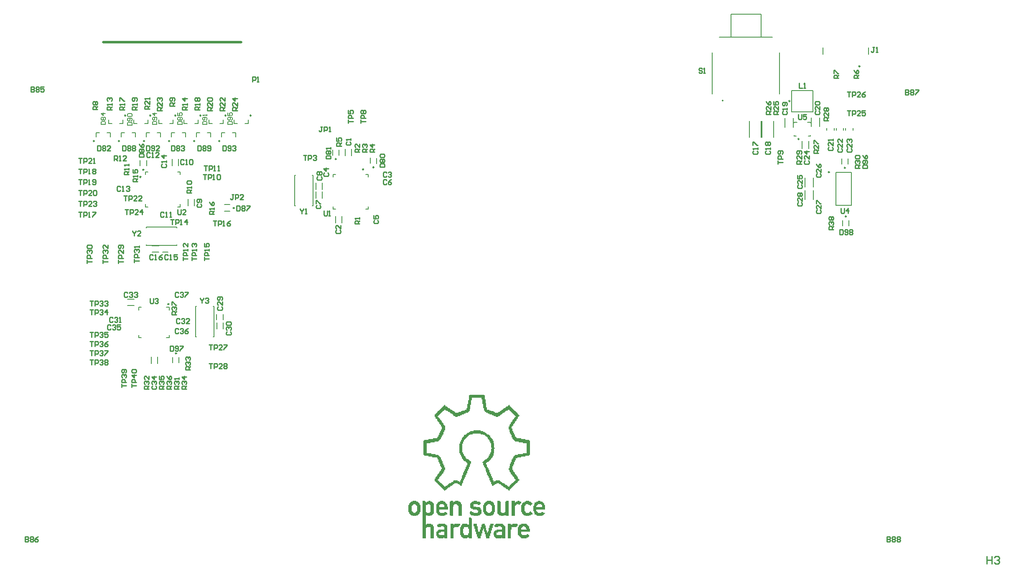
<source format=gto>
G04*
G04 #@! TF.GenerationSoftware,Altium Limited,Altium Designer,23.3.1 (30)*
G04*
G04 Layer_Color=65535*
%FSLAX25Y25*%
%MOIN*%
G70*
G04*
G04 #@! TF.SameCoordinates,65CDCF12-2861-4885-BE21-4D3676ECD45B*
G04*
G04*
G04 #@! TF.FilePolarity,Positive*
G04*
G01*
G75*
%ADD10C,0.00984*%
%ADD11C,0.00787*%
%ADD12C,0.01968*%
%ADD13C,0.00500*%
%ADD14C,0.01000*%
%ADD15C,0.00800*%
G36*
X396064Y150395D02*
X396698D01*
Y147227D01*
X397331D01*
Y144058D01*
X397965D01*
Y140890D01*
X398599D01*
Y138988D01*
X400500D01*
Y138355D01*
X401767D01*
Y137721D01*
X403669D01*
Y137087D01*
X404936D01*
Y136453D01*
X407471D01*
Y137087D01*
X408738D01*
Y137721D01*
X409372D01*
Y138355D01*
X410006D01*
Y138988D01*
X411273D01*
Y139622D01*
X411907D01*
Y140256D01*
X413174D01*
Y140890D01*
X413808D01*
Y141523D01*
X415076D01*
Y142157D01*
X415709D01*
Y142791D01*
X416343D01*
Y142157D01*
X416977D01*
Y141523D01*
X417611D01*
Y140890D01*
X418244D01*
Y140256D01*
X418878D01*
Y139622D01*
X419512D01*
Y138988D01*
X420145D01*
Y138355D01*
X420779D01*
Y137721D01*
X421413D01*
Y137087D01*
X422047D01*
Y136453D01*
X422680D01*
Y135820D01*
X423314D01*
Y135186D01*
X423948D01*
Y134552D01*
X424581D01*
Y133919D01*
X423948D01*
Y133285D01*
X423314D01*
Y132017D01*
X422680D01*
Y131384D01*
X422047D01*
Y130116D01*
X421413D01*
Y129483D01*
X420779D01*
Y128215D01*
X420145D01*
Y127581D01*
X419512D01*
Y126314D01*
X418878D01*
Y125680D01*
X418244D01*
Y123779D01*
X418878D01*
Y121878D01*
X419512D01*
Y121244D01*
Y120610D01*
X420145D01*
Y119343D01*
X420779D01*
Y117442D01*
X421413D01*
Y116808D01*
X422047D01*
Y116174D01*
X425849D01*
Y115541D01*
X429017D01*
Y114907D01*
X432186D01*
Y114273D01*
X432820D01*
Y102866D01*
X432186D01*
Y102233D01*
X429017D01*
Y101599D01*
X425849D01*
Y100965D01*
X422680D01*
Y100331D01*
X421413D01*
Y98430D01*
X420779D01*
Y97163D01*
X420145D01*
Y95262D01*
X419512D01*
Y93994D01*
X418878D01*
Y90826D01*
X419512D01*
Y89558D01*
X420145D01*
Y88924D01*
X420779D01*
Y87657D01*
X421413D01*
Y87023D01*
X422047D01*
Y85756D01*
X422680D01*
Y85122D01*
X423314D01*
Y83855D01*
X423948D01*
Y83221D01*
X424581D01*
Y82587D01*
X423948D01*
Y81954D01*
X423314D01*
Y81320D01*
X422680D01*
Y80686D01*
X422047D01*
Y80052D01*
X421413D01*
Y79419D01*
X420779D01*
Y78785D01*
X420145D01*
Y78151D01*
X419512D01*
Y77517D01*
X418878D01*
Y76884D01*
X418244D01*
Y76250D01*
X417611D01*
Y75616D01*
X416977D01*
Y74983D01*
X416343D01*
Y74349D01*
X415709D01*
Y74983D01*
X415076D01*
Y75616D01*
X413808D01*
Y76250D01*
X413174D01*
Y76884D01*
X411907D01*
Y77517D01*
X411273D01*
Y78151D01*
X410006D01*
Y78785D01*
X409372D01*
Y79419D01*
X408105D01*
Y80052D01*
X406204D01*
Y79419D01*
X404936D01*
Y78785D01*
X403669D01*
Y78151D01*
X402401D01*
Y79419D01*
X401767D01*
Y81320D01*
X401134D01*
Y82587D01*
X400500D01*
Y84488D01*
X399866D01*
Y85756D01*
X399233D01*
Y87023D01*
X398599D01*
Y88924D01*
X397965D01*
Y90192D01*
X397331D01*
Y92093D01*
X396698D01*
Y93361D01*
X396064D01*
Y94628D01*
X395430D01*
Y96529D01*
X394796D01*
Y97163D01*
X395430D01*
Y97796D01*
X396064D01*
Y98430D01*
X396698D01*
Y99064D01*
X397965D01*
Y99698D01*
X398599D01*
Y100331D01*
X399233D01*
Y100965D01*
X399866D01*
Y102233D01*
X400500D01*
Y103500D01*
X401134D01*
Y104767D01*
X401767D01*
Y107936D01*
X402401D01*
Y108570D01*
X401767D01*
Y112372D01*
X401134D01*
Y113639D01*
X400500D01*
Y114907D01*
X399866D01*
Y115541D01*
X399233D01*
Y116808D01*
X398599D01*
Y117442D01*
X397331D01*
Y118076D01*
X396698D01*
Y118709D01*
X395430D01*
Y119343D01*
X393529D01*
Y119977D01*
X387192D01*
Y119343D01*
X385291D01*
Y118709D01*
X384023D01*
Y118076D01*
X383389D01*
Y117442D01*
X382756D01*
Y116808D01*
X382122D01*
Y116174D01*
X381488D01*
Y115541D01*
X380855D01*
Y114907D01*
X380221D01*
Y113639D01*
X379587D01*
Y111738D01*
X378954D01*
Y104767D01*
X379587D01*
Y103500D01*
X380221D01*
Y102233D01*
X380855D01*
Y101599D01*
X381488D01*
Y100331D01*
X382122D01*
Y99698D01*
X383389D01*
Y99064D01*
X384023D01*
Y98430D01*
X384657D01*
Y97796D01*
X385924D01*
Y95895D01*
X385291D01*
Y94628D01*
X384657D01*
Y93361D01*
X384023D01*
Y91459D01*
X383389D01*
Y90192D01*
X382756D01*
Y88291D01*
X382122D01*
Y87023D01*
X381488D01*
Y85122D01*
X380855D01*
Y83855D01*
X380221D01*
Y82587D01*
X379587D01*
Y80686D01*
X378954D01*
Y79419D01*
X378320D01*
Y78151D01*
X377052D01*
Y78785D01*
X376419D01*
Y79419D01*
X375151D01*
Y80052D01*
X372616D01*
Y79419D01*
X371349D01*
Y78785D01*
X370715D01*
Y78151D01*
X369448D01*
Y77517D01*
X368814D01*
Y76884D01*
X367547D01*
Y76250D01*
X366913D01*
Y75616D01*
X366279D01*
Y74983D01*
X365012D01*
Y74349D01*
X364378D01*
Y74983D01*
X363744D01*
Y75616D01*
X363110D01*
Y76250D01*
X362477D01*
Y76884D01*
X361843D01*
Y77517D01*
X361209D01*
Y78151D01*
X360576D01*
Y78785D01*
X359942D01*
Y79419D01*
X359308D01*
Y80052D01*
X358674D01*
Y80686D01*
X358041D01*
Y81320D01*
X357407D01*
Y81954D01*
X356773D01*
Y83855D01*
X357407D01*
Y85122D01*
X358041D01*
Y85756D01*
X358674D01*
Y87023D01*
X359308D01*
Y87657D01*
X359942D01*
Y88291D01*
X360576D01*
Y89558D01*
X361209D01*
Y90192D01*
X361843D01*
Y91459D01*
X362477D01*
Y92727D01*
X361843D01*
Y93994D01*
X361209D01*
Y95895D01*
X360576D01*
Y97163D01*
X359942D01*
Y99064D01*
X359308D01*
Y100331D01*
X358674D01*
Y100965D01*
X354872D01*
Y101599D01*
X351704D01*
Y102233D01*
X348535D01*
Y102866D01*
X347901D01*
Y114273D01*
X348535D01*
Y114907D01*
X351704D01*
Y115541D01*
X355506D01*
Y116174D01*
X358674D01*
Y116808D01*
X359308D01*
Y117442D01*
X359942D01*
Y118709D01*
X360576D01*
Y120610D01*
X361209D01*
Y121878D01*
X361843D01*
Y123145D01*
X362477D01*
Y125680D01*
X361843D01*
Y126948D01*
X361209D01*
Y127581D01*
X360576D01*
Y128849D01*
X359942D01*
Y129483D01*
X359308D01*
Y130116D01*
X358674D01*
Y131384D01*
X358041D01*
Y132017D01*
X357407D01*
Y133285D01*
X356773D01*
Y135186D01*
X357407D01*
Y135820D01*
X358041D01*
Y136453D01*
X358674D01*
Y137087D01*
X359308D01*
Y137721D01*
X359942D01*
Y138355D01*
X360576D01*
Y138988D01*
X361209D01*
Y139622D01*
X361843D01*
Y140256D01*
X362477D01*
Y140890D01*
X363110D01*
Y141523D01*
X363744D01*
Y142157D01*
X364378D01*
Y142791D01*
X365012D01*
Y142157D01*
X365645D01*
Y141523D01*
X366913D01*
Y140890D01*
X367547D01*
Y140256D01*
X368814D01*
Y139622D01*
X369448D01*
Y138988D01*
X370715D01*
Y138355D01*
X371349D01*
Y137721D01*
X372616D01*
Y137087D01*
X373250D01*
Y136453D01*
X375785D01*
Y137087D01*
X377686D01*
Y137721D01*
X378954D01*
Y138355D01*
X380855D01*
Y138988D01*
X382122D01*
Y140256D01*
X382756D01*
Y143424D01*
X383389D01*
Y146593D01*
X384023D01*
Y150395D01*
X384657D01*
Y151029D01*
X396064D01*
Y150395D01*
D02*
G37*
G36*
X424581Y65477D02*
X425849D01*
Y64209D01*
X425215D01*
Y63576D01*
X424581D01*
Y62942D01*
X423948D01*
Y63576D01*
X422047D01*
Y62942D01*
X421413D01*
Y62308D01*
X420779D01*
Y54070D01*
X418244D01*
Y66110D01*
X420779D01*
Y64843D01*
X421413D01*
Y65477D01*
X422680D01*
Y66110D01*
X424581D01*
Y65477D01*
D02*
G37*
G36*
X375785D02*
X377052D01*
Y64843D01*
X377686D01*
Y63576D01*
X378320D01*
Y58506D01*
Y57872D01*
Y54070D01*
X375785D01*
Y62308D01*
X375151D01*
Y62942D01*
X374517D01*
Y63576D01*
X372616D01*
Y62942D01*
X371983D01*
Y61674D01*
X371349D01*
Y54070D01*
X369448D01*
Y54703D01*
X368814D01*
Y65477D01*
X369448D01*
Y66110D01*
X371349D01*
Y64843D01*
X371983D01*
Y65477D01*
X373250D01*
Y66110D01*
X375785D01*
Y65477D01*
D02*
G37*
G36*
X353605D02*
X354872D01*
Y64843D01*
X355506D01*
Y64209D01*
X356139D01*
Y55971D01*
X355506D01*
Y55337D01*
X354872D01*
Y54703D01*
X353605D01*
Y54070D01*
X351070D01*
Y54703D01*
X349802D01*
Y47099D01*
X350436D01*
Y47733D01*
X354238D01*
Y47099D01*
X355506D01*
Y45831D01*
X356139D01*
Y36326D01*
X353605D01*
Y45198D01*
X350436D01*
Y44564D01*
X349802D01*
Y36326D01*
X347268D01*
Y66110D01*
X349169D01*
Y65477D01*
X349802D01*
Y64843D01*
X350436D01*
Y65477D01*
X351704D01*
Y66110D01*
X353605D01*
Y65477D01*
D02*
G37*
G36*
X390360D02*
X392895D01*
Y64843D01*
X393529D01*
Y63576D01*
X392895D01*
Y62942D01*
X390994D01*
Y63576D01*
X387826D01*
Y61674D01*
X389727D01*
Y61041D01*
X392895D01*
Y60407D01*
X393529D01*
Y59140D01*
X394163D01*
Y55971D01*
X393529D01*
Y55337D01*
X392895D01*
Y54703D01*
X391628D01*
Y54070D01*
X387826D01*
Y54703D01*
X385924D01*
Y55337D01*
X385291D01*
Y55971D01*
X384657D01*
Y57238D01*
X385291D01*
Y57872D01*
X386558D01*
Y57238D01*
X387826D01*
Y56605D01*
X390994D01*
Y57238D01*
X391628D01*
Y58506D01*
X390360D01*
Y59140D01*
X387192D01*
Y59773D01*
X385924D01*
Y60407D01*
X385291D01*
Y64209D01*
X385924D01*
Y64843D01*
X386558D01*
Y65477D01*
X387826D01*
Y66110D01*
X390360D01*
Y65477D01*
D02*
G37*
G36*
X432186D02*
X433454D01*
Y64843D01*
X434087D01*
Y64209D01*
X434721D01*
Y63576D01*
X434087D01*
Y62942D01*
X433454D01*
Y62308D01*
X432820D01*
Y62942D01*
X431552D01*
Y63576D01*
X429651D01*
Y62942D01*
X429017D01*
Y62308D01*
X428384D01*
Y57872D01*
X429017D01*
Y57238D01*
X429651D01*
Y56605D01*
X432186D01*
Y57238D01*
X432820D01*
Y57872D01*
X433454D01*
Y57238D01*
X434087D01*
Y56605D01*
X434721D01*
Y55337D01*
X433454D01*
Y54703D01*
X432186D01*
Y54070D01*
X429017D01*
Y54703D01*
X427750D01*
Y55337D01*
X427116D01*
Y55971D01*
X426483D01*
Y57238D01*
X425849D01*
Y62942D01*
X426483D01*
Y64209D01*
X427116D01*
Y64843D01*
X428384D01*
Y65477D01*
X429651D01*
Y66110D01*
X432186D01*
Y65477D01*
D02*
G37*
G36*
X415709Y59140D02*
Y58506D01*
Y54070D01*
X413808D01*
Y54703D01*
X411907D01*
Y54070D01*
X409372D01*
Y54703D01*
X408105D01*
Y55337D01*
X407471D01*
Y55971D01*
X406837D01*
Y66110D01*
X408738D01*
Y65477D01*
X409372D01*
Y57238D01*
X410006D01*
Y56605D01*
X412541D01*
Y57238D01*
X413174D01*
Y65477D01*
X413808D01*
Y66110D01*
X415709D01*
Y59140D01*
D02*
G37*
G36*
X441058Y65477D02*
X442959D01*
Y64843D01*
X443593D01*
Y64209D01*
X444227D01*
Y62942D01*
X444861D01*
Y59140D01*
X437889D01*
Y57872D01*
X438523D01*
Y57238D01*
X439157D01*
Y56605D01*
X441692D01*
Y57238D01*
X443593D01*
Y56605D01*
X444861D01*
Y55971D01*
X444227D01*
Y55337D01*
X443593D01*
Y54703D01*
X442326D01*
Y54070D01*
X438523D01*
Y54703D01*
X437889D01*
Y55337D01*
X436622D01*
Y56605D01*
X435988D01*
Y57872D01*
X435355D01*
Y62308D01*
X435988D01*
Y63576D01*
X436622D01*
Y64843D01*
X437889D01*
Y65477D01*
X439157D01*
Y66110D01*
X441058D01*
Y65477D01*
D02*
G37*
G36*
X401767D02*
X403035D01*
Y64843D01*
X403669D01*
Y64209D01*
X404302D01*
Y62942D01*
X404936D01*
Y57238D01*
X404302D01*
Y55971D01*
X403669D01*
Y55337D01*
X403035D01*
Y54703D01*
X401767D01*
Y54070D01*
X398599D01*
Y54703D01*
X397331D01*
Y55337D01*
X396698D01*
Y55971D01*
X396064D01*
Y57238D01*
X395430D01*
Y62942D01*
X396064D01*
Y64209D01*
X396698D01*
Y64843D01*
X397331D01*
Y65477D01*
X398599D01*
Y66110D01*
X401767D01*
Y65477D01*
D02*
G37*
G36*
X363744D02*
X365012D01*
Y64843D01*
X365645D01*
Y64209D01*
X366279D01*
Y63576D01*
X366913D01*
Y61674D01*
X367547D01*
Y59140D01*
X360576D01*
Y57238D01*
X361209D01*
Y56605D01*
X364378D01*
Y57238D01*
X366279D01*
Y56605D01*
X366913D01*
Y55337D01*
X365645D01*
Y54703D01*
X364378D01*
Y54070D01*
X361209D01*
Y54703D01*
X359942D01*
Y55337D01*
X359308D01*
Y55971D01*
X358674D01*
Y56605D01*
X358041D01*
Y63576D01*
X358674D01*
Y64209D01*
X359308D01*
Y64843D01*
X359942D01*
Y65477D01*
X361209D01*
Y66110D01*
X363744D01*
Y65477D01*
D02*
G37*
G36*
X342198D02*
X343465D01*
Y64843D01*
X344099D01*
Y64209D01*
X344733D01*
Y62942D01*
X345366D01*
Y57238D01*
X344733D01*
Y55971D01*
X344099D01*
Y55337D01*
X343465D01*
Y54703D01*
X342198D01*
Y54070D01*
X339029D01*
Y54703D01*
X337762D01*
Y55337D01*
X337128D01*
Y55971D01*
X336494D01*
Y57238D01*
X335860D01*
Y62942D01*
X336494D01*
Y64209D01*
X337128D01*
Y64843D01*
X337762D01*
Y65477D01*
X339029D01*
Y66110D01*
X342198D01*
Y65477D01*
D02*
G37*
G36*
X422680Y47099D02*
X423314D01*
Y46465D01*
X422680D01*
Y45831D01*
X422047D01*
Y45198D01*
X418244D01*
Y43297D01*
X417611D01*
Y36326D01*
X415076D01*
Y47733D01*
X417611D01*
Y47099D01*
X418878D01*
Y47733D01*
X422680D01*
Y47099D01*
D02*
G37*
G36*
X385924Y52169D02*
X386558D01*
Y36326D01*
X384023D01*
Y36959D01*
X382756D01*
Y36326D01*
X379587D01*
Y36959D01*
X378320D01*
Y37593D01*
X377686D01*
Y38860D01*
X377052D01*
Y45198D01*
X377686D01*
Y46465D01*
X378320D01*
Y47099D01*
X378954D01*
Y47733D01*
X382756D01*
Y47099D01*
X384023D01*
Y52802D01*
X385924D01*
Y52169D01*
D02*
G37*
G36*
X377052Y46465D02*
X376419D01*
Y45831D01*
X375785D01*
Y45198D01*
X372616D01*
Y44564D01*
X371983D01*
Y36326D01*
X369448D01*
Y44564D01*
Y45198D01*
Y47733D01*
X371983D01*
Y47099D01*
X372616D01*
Y47733D01*
X377052D01*
Y46465D01*
D02*
G37*
G36*
X403669D02*
X403035D01*
Y45831D01*
Y44564D01*
X402401D01*
Y42663D01*
X401767D01*
Y40128D01*
X401134D01*
Y38227D01*
X400500D01*
Y36326D01*
X397965D01*
Y37593D01*
X397331D01*
Y39494D01*
X396698D01*
Y41395D01*
X396064D01*
Y43930D01*
X395430D01*
Y42663D01*
X394796D01*
Y40128D01*
X394163D01*
Y38227D01*
X393529D01*
Y36326D01*
X390994D01*
Y37593D01*
X390360D01*
Y39494D01*
X389727D01*
Y41395D01*
X389093D01*
Y43930D01*
X388459D01*
Y45831D01*
X387826D01*
Y47733D01*
X390360D01*
Y45831D01*
X390994D01*
Y43297D01*
X391628D01*
Y41395D01*
X392895D01*
Y43297D01*
X393529D01*
Y45198D01*
X394163D01*
Y47099D01*
X394796D01*
Y47733D01*
X396698D01*
Y46465D01*
X397331D01*
Y44564D01*
X397965D01*
Y42663D01*
X398599D01*
Y40762D01*
X399233D01*
Y42029D01*
X399866D01*
Y44564D01*
X400500D01*
Y46465D01*
X401134D01*
Y47733D01*
X403669D01*
Y46465D01*
D02*
G37*
G36*
X430285Y47099D02*
X430919D01*
Y46465D01*
X431552D01*
Y45831D01*
X432186D01*
Y43930D01*
X432820D01*
Y41395D01*
X425849D01*
Y40128D01*
Y39494D01*
X426483D01*
Y38860D01*
X430285D01*
Y39494D01*
X431552D01*
Y38860D01*
X432186D01*
Y37593D01*
X431552D01*
Y36959D01*
X430285D01*
Y36326D01*
X425849D01*
Y36959D01*
X425215D01*
Y37593D01*
X424581D01*
Y38227D01*
X423948D01*
Y38860D01*
X423314D01*
Y45198D01*
X423948D01*
Y46465D01*
X424581D01*
Y47099D01*
X425849D01*
Y47733D01*
X430285D01*
Y47099D01*
D02*
G37*
G36*
X411273D02*
X411907D01*
Y46465D01*
X412541D01*
Y45831D01*
X413174D01*
Y36326D01*
X410639D01*
Y36959D01*
X410006D01*
Y36326D01*
X405570D01*
Y36959D01*
X404936D01*
Y37593D01*
X404302D01*
Y38860D01*
X403669D01*
Y40762D01*
X404302D01*
Y42029D01*
X404936D01*
Y42663D01*
X406204D01*
Y43297D01*
X410639D01*
Y45198D01*
X409372D01*
Y45831D01*
X407471D01*
Y45198D01*
X404936D01*
Y45831D01*
X404302D01*
Y46465D01*
X404936D01*
Y47099D01*
X405570D01*
Y47733D01*
X411273D01*
Y47099D01*
D02*
G37*
G36*
X365012D02*
X366279D01*
Y46465D01*
X366913D01*
Y43297D01*
Y42663D01*
Y36326D01*
X364378D01*
Y36959D01*
X363744D01*
Y36326D01*
X359942D01*
Y36959D01*
X358674D01*
Y38227D01*
X358041D01*
Y41395D01*
X358674D01*
Y42029D01*
X359308D01*
Y42663D01*
X359942D01*
Y43297D01*
X364378D01*
Y45198D01*
X363744D01*
Y45831D01*
X361843D01*
Y45198D01*
X359308D01*
Y45831D01*
X358674D01*
Y47099D01*
X359942D01*
Y47733D01*
X365012D01*
Y47099D01*
D02*
G37*
%LPC*%
G36*
X394163Y148494D02*
X386558D01*
Y146593D01*
X385924D01*
Y142791D01*
X385291D01*
Y139622D01*
X384657D01*
Y137721D01*
X384023D01*
Y137087D01*
X383389D01*
Y136453D01*
X381488D01*
Y135820D01*
X380221D01*
Y135186D01*
X378320D01*
Y134552D01*
X377052D01*
Y133919D01*
X375151D01*
Y133285D01*
X373250D01*
Y133919D01*
X371983D01*
Y134552D01*
X371349D01*
Y135186D01*
X370715D01*
Y135820D01*
X369448D01*
Y136453D01*
X368814D01*
Y137087D01*
X367547D01*
Y137721D01*
X366913D01*
Y138355D01*
X365645D01*
Y138988D01*
X364378D01*
Y138355D01*
X363744D01*
Y137721D01*
X363110D01*
Y137087D01*
X362477D01*
Y136453D01*
X361843D01*
Y135820D01*
X361209D01*
Y135186D01*
X360576D01*
Y134552D01*
X359942D01*
Y133919D01*
X359308D01*
Y133285D01*
X359942D01*
Y132651D01*
X360576D01*
Y132017D01*
X361209D01*
Y130750D01*
X361843D01*
Y130116D01*
X362477D01*
Y128849D01*
X363110D01*
Y128215D01*
X363744D01*
Y126948D01*
X364378D01*
Y126314D01*
X365012D01*
Y122512D01*
X364378D01*
Y121244D01*
X363744D01*
Y119343D01*
X363110D01*
Y118076D01*
X362477D01*
Y116808D01*
X361843D01*
Y115541D01*
X361209D01*
Y114907D01*
X360576D01*
Y114273D01*
X359942D01*
Y113639D01*
X356773D01*
Y113006D01*
X353605D01*
Y112372D01*
X350436D01*
Y104134D01*
X354238D01*
Y103500D01*
X357407D01*
Y102866D01*
X359942D01*
Y102233D01*
X360576D01*
Y101599D01*
X361209D01*
Y100965D01*
X361843D01*
Y99064D01*
X362477D01*
Y97796D01*
X363110D01*
Y95895D01*
X363744D01*
Y94628D01*
X364378D01*
Y92727D01*
X365012D01*
Y90826D01*
X364378D01*
Y89558D01*
X363744D01*
Y88291D01*
X363110D01*
Y87657D01*
X362477D01*
Y86389D01*
X361843D01*
Y85756D01*
X361209D01*
Y85122D01*
X360576D01*
Y83855D01*
X359942D01*
Y83221D01*
X359308D01*
Y82587D01*
X359942D01*
Y81954D01*
X360576D01*
Y81320D01*
X361209D01*
Y80686D01*
X361843D01*
Y80052D01*
X362477D01*
Y79419D01*
X363110D01*
Y78785D01*
X363744D01*
Y78151D01*
X364378D01*
Y77517D01*
X365645D01*
Y78151D01*
X366913D01*
Y78785D01*
X367547D01*
Y79419D01*
X368180D01*
Y80052D01*
X369448D01*
Y80686D01*
X370081D01*
Y81320D01*
X371349D01*
Y81954D01*
X371983D01*
Y82587D01*
X375151D01*
Y81954D01*
X376419D01*
Y81320D01*
X377052D01*
Y82587D01*
X377686D01*
Y83855D01*
X378320D01*
Y85756D01*
X378954D01*
Y87023D01*
X379587D01*
Y88924D01*
X380221D01*
Y90192D01*
X380855D01*
Y91459D01*
X381488D01*
Y93361D01*
X382122D01*
Y94628D01*
X382756D01*
Y96529D01*
X382122D01*
Y97163D01*
X381488D01*
Y97796D01*
X380221D01*
Y98430D01*
X379587D01*
Y99698D01*
X378954D01*
Y100331D01*
X378320D01*
Y101599D01*
X377686D01*
Y102866D01*
X377052D01*
Y104134D01*
X376419D01*
Y111738D01*
X377052D01*
Y113639D01*
X377686D01*
Y114907D01*
X378320D01*
Y116174D01*
X378954D01*
Y116808D01*
X379587D01*
Y117442D01*
X380221D01*
Y118709D01*
X381488D01*
Y119343D01*
X382122D01*
Y119977D01*
X382756D01*
Y120610D01*
X384023D01*
Y121244D01*
X385291D01*
Y121878D01*
X387826D01*
Y122512D01*
X393529D01*
Y121878D01*
X395430D01*
Y121244D01*
X396698D01*
Y120610D01*
X397965D01*
Y119977D01*
X398599D01*
Y119343D01*
X399866D01*
Y118709D01*
X400500D01*
Y118076D01*
X401134D01*
Y116808D01*
X401767D01*
Y116174D01*
X402401D01*
Y115541D01*
X403035D01*
Y114273D01*
X403669D01*
Y112372D01*
X404302D01*
Y108570D01*
X404936D01*
Y107936D01*
X404302D01*
Y104134D01*
X403669D01*
Y102233D01*
X403035D01*
Y100965D01*
X402401D01*
Y100331D01*
X401767D01*
Y99064D01*
X401134D01*
Y98430D01*
X400500D01*
Y97796D01*
X399866D01*
Y97163D01*
X398599D01*
Y96529D01*
X397965D01*
Y95262D01*
X398599D01*
Y93361D01*
X399233D01*
Y92093D01*
X399866D01*
Y90826D01*
X400500D01*
Y88924D01*
X401134D01*
Y87657D01*
X401767D01*
Y85756D01*
X402401D01*
Y84488D01*
X403035D01*
Y82587D01*
X403669D01*
Y81320D01*
X404302D01*
Y81954D01*
X405570D01*
Y82587D01*
X408738D01*
Y81954D01*
X409372D01*
Y81320D01*
X410639D01*
Y80686D01*
X411273D01*
Y80052D01*
X412541D01*
Y79419D01*
X413174D01*
Y78785D01*
X414442D01*
Y78151D01*
X415076D01*
Y77517D01*
X416343D01*
Y78151D01*
X416977D01*
Y78785D01*
X417611D01*
Y79419D01*
X418244D01*
Y80052D01*
X418878D01*
Y80686D01*
X419512D01*
Y81320D01*
X420145D01*
Y81954D01*
X420779D01*
Y82587D01*
X421413D01*
Y83221D01*
X420779D01*
Y83855D01*
X420145D01*
Y85122D01*
X419512D01*
Y85756D01*
X418878D01*
Y87023D01*
X418244D01*
Y87657D01*
X417611D01*
Y88924D01*
X416977D01*
Y89558D01*
X416343D01*
Y90826D01*
X415709D01*
Y92093D01*
X416343D01*
Y93994D01*
X416977D01*
Y95895D01*
X417611D01*
Y97163D01*
X418244D01*
Y99064D01*
X418878D01*
Y100331D01*
X419512D01*
Y101599D01*
X420145D01*
Y102233D01*
X420779D01*
Y102866D01*
X423314D01*
Y103500D01*
X427116D01*
Y104134D01*
X430285D01*
Y112372D01*
X427116D01*
Y113006D01*
X423948D01*
Y113639D01*
X420779D01*
Y114273D01*
X420145D01*
Y114907D01*
X419512D01*
Y115541D01*
X418878D01*
Y116808D01*
X418244D01*
Y118709D01*
X417611D01*
Y119977D01*
X416977D01*
Y121244D01*
X416343D01*
Y123145D01*
X415709D01*
Y125680D01*
X416343D01*
Y126948D01*
X416977D01*
Y127581D01*
X417611D01*
Y128849D01*
X418244D01*
Y129483D01*
X418878D01*
Y130750D01*
X419512D01*
Y131384D01*
X420145D01*
Y132651D01*
X420779D01*
Y133285D01*
X421413D01*
Y133919D01*
X420779D01*
Y134552D01*
X420145D01*
Y135186D01*
X419512D01*
Y135820D01*
X418878D01*
Y136453D01*
X418244D01*
Y137087D01*
X417611D01*
Y137721D01*
X416977D01*
Y138355D01*
X416343D01*
Y138988D01*
X415076D01*
Y138355D01*
X413808D01*
Y137721D01*
X413174D01*
Y137087D01*
X412541D01*
Y136453D01*
X411273D01*
Y135820D01*
X410639D01*
Y135186D01*
X409372D01*
Y134552D01*
X408738D01*
Y133919D01*
X407471D01*
Y133285D01*
X405570D01*
Y133919D01*
X403669D01*
Y134552D01*
X402401D01*
Y135186D01*
X400500D01*
Y135820D01*
X399233D01*
Y136453D01*
X397965D01*
Y137087D01*
X396698D01*
Y138355D01*
X396064D01*
Y140256D01*
X395430D01*
Y143424D01*
X394796D01*
Y147227D01*
X394163D01*
Y148494D01*
D02*
G37*
G36*
X352971Y63576D02*
X351070D01*
Y62942D01*
X349802D01*
Y57238D01*
X350436D01*
Y56605D01*
X352971D01*
Y57238D01*
X353605D01*
Y62942D01*
X352971D01*
Y63576D01*
D02*
G37*
G36*
X441692D02*
X439157D01*
Y62942D01*
X438523D01*
Y62308D01*
X437889D01*
Y61674D01*
Y61041D01*
X442326D01*
Y62942D01*
X441692D01*
Y63576D01*
D02*
G37*
G36*
X401134D02*
X399233D01*
Y62942D01*
X398599D01*
Y62308D01*
X397965D01*
Y61674D01*
Y61041D01*
Y57872D01*
X398599D01*
Y57238D01*
X399233D01*
Y56605D01*
X401134D01*
Y57238D01*
X401767D01*
Y57872D01*
X402401D01*
Y62308D01*
X401767D01*
Y62942D01*
X401134D01*
Y63576D01*
D02*
G37*
G36*
X363744D02*
X361209D01*
Y62942D01*
X360576D01*
Y61041D01*
X364378D01*
Y62942D01*
X363744D01*
Y63576D01*
D02*
G37*
G36*
X341564D02*
X339663D01*
Y62942D01*
X339029D01*
Y62308D01*
X338395D01*
Y57872D01*
X339029D01*
Y57238D01*
X339663D01*
Y56605D01*
X341564D01*
Y57238D01*
X342198D01*
Y57872D01*
X342831D01*
Y62308D01*
X342198D01*
Y62942D01*
X341564D01*
Y63576D01*
D02*
G37*
G36*
X383389Y45198D02*
X380221D01*
Y43930D01*
X379587D01*
Y40128D01*
X380221D01*
Y38860D01*
X383389D01*
Y40128D01*
X384023D01*
Y42663D01*
Y43297D01*
Y43930D01*
X383389D01*
Y45198D01*
D02*
G37*
G36*
X428384Y45831D02*
X427116D01*
Y45198D01*
X426483D01*
Y44564D01*
X425849D01*
Y43297D01*
X430285D01*
Y43930D01*
X429651D01*
Y45198D01*
X428384D01*
Y45831D01*
D02*
G37*
G36*
X410639Y41395D02*
X407471D01*
Y40762D01*
X406204D01*
Y38860D01*
X410639D01*
Y41395D01*
D02*
G37*
G36*
X364378D02*
X361843D01*
Y40762D01*
X360576D01*
Y40128D01*
X359942D01*
Y39494D01*
X360576D01*
Y38860D01*
X364378D01*
Y41395D01*
D02*
G37*
%LPD*%
D10*
X185512Y353563D02*
G03*
X185512Y353563I-492J0D01*
G01*
X144910Y223327D02*
G03*
X144910Y223327I-492J0D01*
G01*
X696019Y413268D02*
G03*
X696019Y413268I-492J0D01*
G01*
X122579Y324941D02*
G03*
X122579Y324941I-492J0D01*
G01*
X640256Y385500D02*
G03*
X640256Y385500I-492J0D01*
G01*
X647539Y355165D02*
G03*
X647539Y355165I-492J0D01*
G01*
X671681Y328689D02*
G03*
X671681Y328689I-492J0D01*
G01*
X685091Y293315D02*
G03*
X685091Y293315I-492J0D01*
G01*
X170473Y373937D02*
G03*
X170473Y373937I-492J0D01*
G01*
X190472D02*
G03*
X190472Y373937I-492J0D01*
G01*
X210472D02*
G03*
X210472Y373937I-492J0D01*
G01*
X110473D02*
G03*
X110473Y373937I-492J0D01*
G01*
X150472D02*
G03*
X150472Y373937I-492J0D01*
G01*
X85512Y353563D02*
G03*
X85512Y353563I-492J0D01*
G01*
X130473Y373937D02*
G03*
X130473Y373937I-492J0D01*
G01*
X105512Y353563D02*
G03*
X105512Y353563I-492J0D01*
G01*
X300202Y330943D02*
G03*
X300202Y330943I-492J0D01*
G01*
X125512Y353563D02*
G03*
X125512Y353563I-492J0D01*
G01*
X278394Y339185D02*
G03*
X278394Y339185I-492J0D01*
G01*
X165512Y353563D02*
G03*
X165512Y353563I-492J0D01*
G01*
X145512D02*
G03*
X145512Y353563I-492J0D01*
G01*
X308394Y332579D02*
G03*
X308394Y332579I-492J0D01*
G01*
X150992Y183976D02*
G03*
X150992Y183976I-492J0D01*
G01*
X684394Y332185D02*
G03*
X684394Y332185I-492J0D01*
G01*
X197079Y300130D02*
G03*
X197079Y300130I-492J0D01*
G01*
X124894Y330685D02*
G03*
X124894Y330685I-492J0D01*
G01*
D11*
X586890Y385925D02*
G03*
X586890Y385925I-394J0D01*
G01*
X186752Y356850D02*
Y360059D01*
X189350D01*
X198248Y356850D02*
Y360059D01*
X195650D02*
X198248D01*
X120796Y218661D02*
Y220768D01*
X122902D01*
X120796Y196555D02*
Y198661D01*
Y196555D02*
X122902D01*
X142902D02*
X145008D01*
Y198661D01*
Y218661D02*
Y220768D01*
X142902D02*
X145008D01*
X702790Y423012D02*
Y428327D01*
X666609Y423012D02*
Y428327D01*
X126024Y326909D02*
Y328976D01*
Y301024D02*
Y303091D01*
X151909Y301024D02*
X153976D01*
X126024D02*
X128091D01*
X153976Y326909D02*
Y328976D01*
Y301024D02*
Y303091D01*
X151909Y328976D02*
X153976D01*
X126024D02*
X128091D01*
X627138Y356492D02*
Y369508D01*
X617862Y356492D02*
Y369508D01*
X684646Y362114D02*
Y363886D01*
X690354Y362114D02*
Y363886D01*
X655202Y347601D02*
Y353399D01*
X649798Y347601D02*
Y353399D01*
X641535Y377035D02*
Y393965D01*
Y377035D02*
X658465D01*
Y393965D01*
X641535D02*
X658465D01*
X643504Y357626D02*
X645079D01*
X654921D02*
X656496D01*
Y368354D02*
Y368650D01*
Y357626D02*
Y358315D01*
X643504Y368650D02*
X645866D01*
X654134D02*
X656496D01*
X643504Y368354D02*
Y368650D01*
Y357626D02*
Y358315D01*
X676701Y302311D02*
Y328689D01*
X689299Y302311D02*
Y328689D01*
X676701D02*
X689299D01*
X676701Y302311D02*
X689299D01*
X658748Y306957D02*
Y314043D01*
X652252Y306957D02*
Y314043D01*
X182744Y210886D02*
Y215216D01*
X188256Y210886D02*
Y215216D01*
X166217Y197295D02*
X166905D01*
X180095D02*
X180783D01*
Y221705D01*
X166217D02*
X166905D01*
X180095D02*
X180783D01*
X166217Y197295D02*
Y221705D01*
X130902Y176024D02*
Y181299D01*
X135902Y176024D02*
Y181299D01*
X682014Y285877D02*
Y290207D01*
X687059Y285835D02*
Y290165D01*
X131437Y270000D02*
X136713D01*
X131437Y265000D02*
X136713D01*
X156752Y367441D02*
X159350D01*
X156752D02*
Y370650D01*
X165650Y367441D02*
X168248D01*
Y370650D01*
X176752Y367441D02*
X179350D01*
X176752D02*
Y370650D01*
X185650Y367441D02*
X188248D01*
Y370650D01*
X196752Y367441D02*
X199350D01*
X196752D02*
Y370650D01*
X205650Y367441D02*
X208248D01*
Y370650D01*
X96752Y367441D02*
X99350D01*
X96752D02*
Y370650D01*
X105650Y367441D02*
X108248D01*
Y370650D01*
X136752Y367441D02*
X139350D01*
X136752D02*
Y370650D01*
X145650Y367441D02*
X148248D01*
Y370650D01*
X147500Y333862D02*
Y339138D01*
X152500Y333862D02*
Y339138D01*
X95650Y360059D02*
X98248D01*
Y356850D02*
Y360059D01*
X86752D02*
X89350D01*
X86752Y356850D02*
Y360059D01*
X116752Y367441D02*
X119350D01*
X116752D02*
Y370650D01*
X125650Y367441D02*
X128248D01*
Y370650D01*
X115650Y360059D02*
X118248D01*
Y356850D02*
Y360059D01*
X106752D02*
X109350D01*
X106752Y356850D02*
Y360059D01*
X282742Y288247D02*
Y293522D01*
X277742Y288247D02*
Y293522D01*
X139669Y264744D02*
X144000D01*
X139669Y270256D02*
X144000D01*
X165000Y301862D02*
Y307138D01*
X160000Y301862D02*
Y307138D01*
X303746Y324939D02*
Y327006D01*
Y299054D02*
Y301121D01*
X275793Y299054D02*
X277860D01*
X301679D02*
X303746D01*
X275793Y324939D02*
Y327006D01*
Y299054D02*
Y301121D01*
Y327006D02*
X277860D01*
X301679D02*
X303746D01*
X262000Y314862D02*
Y320138D01*
X267000Y314862D02*
Y320138D01*
X135650Y360059D02*
X138248D01*
Y356850D02*
Y360059D01*
X126752D02*
X129350D01*
X126752Y356850D02*
Y360059D01*
X275441Y342335D02*
Y346665D01*
X280486Y342293D02*
Y346623D01*
X259784Y301795D02*
Y326205D01*
X245216Y301795D02*
X245905D01*
X259095D02*
X259784D01*
X245216D02*
Y326205D01*
X245905D01*
X259095D02*
X259784D01*
X285500Y341862D02*
Y347138D01*
X290500Y341862D02*
Y347138D01*
X175650Y360059D02*
X178248D01*
Y356850D02*
Y360059D01*
X166752D02*
X169350D01*
X166752Y356850D02*
Y360059D01*
X267000Y307862D02*
Y313138D01*
X262000Y307862D02*
Y313138D01*
X155650Y360059D02*
X158248D01*
Y356850D02*
Y360059D01*
X146752D02*
X149350D01*
X146752Y356850D02*
Y360059D01*
X305441Y335728D02*
Y340059D01*
X310486Y335686D02*
Y340017D01*
X152961Y176496D02*
Y180827D01*
X147916Y176538D02*
Y180869D01*
X111764Y222161D02*
X117040D01*
X111764Y227161D02*
X117040D01*
X681441Y335335D02*
Y339665D01*
X686486Y335293D02*
Y339623D01*
X183000Y203413D02*
Y208689D01*
X188000Y203413D02*
Y208689D01*
X657252Y365213D02*
Y372299D01*
X663748Y365213D02*
Y372299D01*
X636252Y364701D02*
Y371787D01*
X642748Y364701D02*
Y371787D01*
X658748Y316957D02*
Y324043D01*
X652252Y316957D02*
Y324043D01*
X189106Y297669D02*
X193437D01*
X189148Y302714D02*
X193479D01*
X126795Y284784D02*
X151205D01*
Y270216D02*
Y270905D01*
Y284095D02*
Y284784D01*
X126795Y270216D02*
X151205D01*
X126795D02*
Y270905D01*
Y284095D02*
Y284784D01*
X675354Y362114D02*
Y363886D01*
X669646Y362114D02*
Y363886D01*
X607862Y356492D02*
Y369508D01*
X617138Y356492D02*
Y369508D01*
X682854Y362114D02*
Y363886D01*
X677146Y362114D02*
Y363886D01*
X121941Y333835D02*
Y338165D01*
X126986Y333793D02*
Y338123D01*
D12*
X92500Y432520D02*
X202500D01*
D13*
X578287Y391240D02*
Y424169D01*
X631713Y391240D02*
Y424169D01*
X583740Y436398D02*
X626260D01*
X592992Y436417D02*
Y454980D01*
X617008D01*
Y436417D02*
Y454980D01*
D14*
X797083Y22033D02*
Y16035D01*
Y19034D01*
X801082D01*
Y22033D01*
Y16035D01*
X803081Y21033D02*
X804081Y22033D01*
X806080D01*
X807080Y21033D01*
Y20034D01*
X806080Y19034D01*
X805081D01*
X806080D01*
X807080Y18034D01*
Y17035D01*
X806080Y16035D01*
X804081D01*
X803081Y17035D01*
X187752Y349968D02*
Y346032D01*
X189720D01*
X190376Y346688D01*
Y349312D01*
X189720Y349968D01*
X187752D01*
X191688Y346688D02*
X192344Y346032D01*
X193656D01*
X194312Y346688D01*
Y349312D01*
X193656Y349968D01*
X192344D01*
X191688Y349312D01*
Y348656D01*
X192344Y348000D01*
X194312D01*
X195624Y349312D02*
X196280Y349968D01*
X197592D01*
X198248Y349312D01*
Y348656D01*
X197592Y348000D01*
X196936D01*
X197592D01*
X198248Y347344D01*
Y346688D01*
X197592Y346032D01*
X196280D01*
X195624Y346688D01*
X211376Y401032D02*
Y404968D01*
X213344D01*
X214000Y404312D01*
Y403000D01*
X213344Y402344D01*
X211376D01*
X215312Y401032D02*
X216624D01*
X215968D01*
Y404968D01*
X215312Y404312D01*
X129720Y227968D02*
Y224688D01*
X130376Y224032D01*
X131688D01*
X132344Y224688D01*
Y227968D01*
X133656Y227312D02*
X134312Y227968D01*
X135624D01*
X136280Y227312D01*
Y226656D01*
X135624Y226000D01*
X134968D01*
X135624D01*
X136280Y225344D01*
Y224688D01*
X135624Y224032D01*
X134312D01*
X133656Y224688D01*
X707500Y428468D02*
X706188D01*
X706844D01*
Y425188D01*
X706188Y424532D01*
X705532D01*
X704876Y425188D01*
X708812Y424532D02*
X710124D01*
X709468D01*
Y428468D01*
X708812Y427812D01*
X151720Y298968D02*
Y295688D01*
X152376Y295032D01*
X153688D01*
X154344Y295688D01*
Y298968D01*
X158280Y295032D02*
X155656D01*
X158280Y297656D01*
Y298312D01*
X157624Y298968D01*
X156312D01*
X155656Y298312D01*
X732252Y394468D02*
Y390532D01*
X734220D01*
X734876Y391188D01*
Y391844D01*
X734220Y392500D01*
X732252D01*
X734220D01*
X734876Y393156D01*
Y393812D01*
X734220Y394468D01*
X732252D01*
X736188Y393812D02*
X736844Y394468D01*
X738156D01*
X738812Y393812D01*
Y393156D01*
X738156Y392500D01*
X738812Y391844D01*
Y391188D01*
X738156Y390532D01*
X736844D01*
X736188Y391188D01*
Y391844D01*
X736844Y392500D01*
X736188Y393156D01*
Y393812D01*
X736844Y392500D02*
X738156D01*
X740124Y394468D02*
X742748D01*
Y393812D01*
X740124Y391188D01*
Y390532D01*
X717605Y37393D02*
Y33457D01*
X719572D01*
X720228Y34113D01*
Y34769D01*
X719572Y35425D01*
X717605D01*
X719572D01*
X720228Y36081D01*
Y36737D01*
X719572Y37393D01*
X717605D01*
X721540Y36737D02*
X722196Y37393D01*
X723508D01*
X724164Y36737D01*
Y36081D01*
X723508Y35425D01*
X724164Y34769D01*
Y34113D01*
X723508Y33457D01*
X722196D01*
X721540Y34113D01*
Y34769D01*
X722196Y35425D01*
X721540Y36081D01*
Y36737D01*
X722196Y35425D02*
X723508D01*
X725476Y36737D02*
X726132Y37393D01*
X727444D01*
X728100Y36737D01*
Y36081D01*
X727444Y35425D01*
X728100Y34769D01*
Y34113D01*
X727444Y33457D01*
X726132D01*
X725476Y34113D01*
Y34769D01*
X726132Y35425D01*
X725476Y36081D01*
Y36737D01*
X726132Y35425D02*
X727444D01*
X196376Y310968D02*
X195064D01*
X195720D01*
Y307688D01*
X195064Y307032D01*
X194408D01*
X193752Y307688D01*
X197688Y307032D02*
Y310968D01*
X199656D01*
X200312Y310312D01*
Y309000D01*
X199656Y308344D01*
X197688D01*
X204248Y307032D02*
X201624D01*
X204248Y309656D01*
Y310312D01*
X203592Y310968D01*
X202280D01*
X201624Y310312D01*
X162968Y312080D02*
X159032D01*
Y314048D01*
X159688Y314704D01*
X161000D01*
X161656Y314048D01*
Y312080D01*
Y313392D02*
X162968Y314704D01*
Y316016D02*
Y317328D01*
Y316672D01*
X159032D01*
X159688Y316016D01*
Y319296D02*
X159032Y319952D01*
Y321264D01*
X159688Y321920D01*
X162312D01*
X162968Y321264D01*
Y319952D01*
X162312Y319296D01*
X159688D01*
X621188Y345704D02*
X620532Y345048D01*
Y343736D01*
X621188Y343080D01*
X623812D01*
X624468Y343736D01*
Y345048D01*
X623812Y345704D01*
X624468Y347016D02*
Y348328D01*
Y347672D01*
X620532D01*
X621188Y347016D01*
Y350296D02*
X620532Y350952D01*
Y352264D01*
X621188Y352920D01*
X621844D01*
X622500Y352264D01*
X623156Y352920D01*
X623812D01*
X624468Y352264D01*
Y350952D01*
X623812Y350296D01*
X623156D01*
X622500Y350952D01*
X621844Y350296D01*
X621188D01*
X622500Y350952D02*
Y352264D01*
X686188Y347376D02*
X685532Y346720D01*
Y345408D01*
X686188Y344752D01*
X688812D01*
X689468Y345408D01*
Y346720D01*
X688812Y347376D01*
X689468Y351312D02*
Y348688D01*
X686844Y351312D01*
X686188D01*
X685532Y350656D01*
Y349344D01*
X686188Y348688D01*
Y352624D02*
X685532Y353280D01*
Y354592D01*
X686188Y355248D01*
X686844D01*
X687500Y354592D01*
Y353936D01*
Y354592D01*
X688156Y355248D01*
X688812D01*
X689468Y354592D01*
Y353280D01*
X688812Y352624D01*
X652188Y337876D02*
X651532Y337220D01*
Y335908D01*
X652188Y335252D01*
X654812D01*
X655468Y335908D01*
Y337220D01*
X654812Y337876D01*
X655468Y341812D02*
Y339188D01*
X652844Y341812D01*
X652188D01*
X651532Y341156D01*
Y339844D01*
X652188Y339188D01*
X655468Y345092D02*
X651532D01*
X653500Y343124D01*
Y345748D01*
X647376Y399968D02*
Y396032D01*
X650000D01*
X651312D02*
X652624D01*
X651968D01*
Y399968D01*
X651312Y399312D01*
X630532Y335252D02*
Y337876D01*
Y336564D01*
X634468D01*
Y339188D02*
X630532D01*
Y341156D01*
X631188Y341812D01*
X632500D01*
X633156Y341156D01*
Y339188D01*
X633812Y343124D02*
X634468Y343780D01*
Y345092D01*
X633812Y345748D01*
X631188D01*
X630532Y345092D01*
Y343780D01*
X631188Y343124D01*
X631844D01*
X632500Y343780D01*
Y345748D01*
X646720Y374968D02*
Y371688D01*
X647376Y371032D01*
X648688D01*
X649344Y371688D01*
Y374968D01*
X653280D02*
X650656D01*
Y373000D01*
X651968Y373656D01*
X652624D01*
X653280Y373000D01*
Y371688D01*
X652624Y371032D01*
X651312D01*
X650656Y371688D01*
X570000Y411312D02*
X569344Y411968D01*
X568032D01*
X567376Y411312D01*
Y410656D01*
X568032Y410000D01*
X569344D01*
X570000Y409344D01*
Y408688D01*
X569344Y408032D01*
X568032D01*
X567376Y408688D01*
X571312Y408032D02*
X572624D01*
X571968D01*
Y411968D01*
X571312Y411312D01*
X680720Y299968D02*
Y296688D01*
X681376Y296032D01*
X682688D01*
X683344Y296688D01*
Y299968D01*
X686624Y296032D02*
Y299968D01*
X684656Y298000D01*
X687280D01*
X92123Y255946D02*
Y258570D01*
Y257258D01*
X96059D01*
Y259882D02*
X92123D01*
Y261849D01*
X92779Y262506D01*
X94091D01*
X94747Y261849D01*
Y259882D01*
X92779Y263817D02*
X92123Y264473D01*
Y265785D01*
X92779Y266441D01*
X93435D01*
X94091Y265785D01*
Y265129D01*
Y265785D01*
X94747Y266441D01*
X95403D01*
X96059Y265785D01*
Y264473D01*
X95403Y263817D01*
X96059Y270377D02*
Y267753D01*
X93435Y270377D01*
X92779D01*
X92123Y269721D01*
Y268409D01*
X92779Y267753D01*
X646688Y304376D02*
X646032Y303720D01*
Y302408D01*
X646688Y301752D01*
X649312D01*
X649968Y302408D01*
Y303720D01*
X649312Y304376D01*
X649968Y308312D02*
Y305688D01*
X647344Y308312D01*
X646688D01*
X646032Y307656D01*
Y306344D01*
X646688Y305688D01*
Y309624D02*
X646032Y310280D01*
Y311592D01*
X646688Y312248D01*
X647344D01*
X648000Y311592D01*
X648656Y312248D01*
X649312D01*
X649968Y311592D01*
Y310280D01*
X649312Y309624D01*
X648656D01*
X648000Y310280D01*
X647344Y309624D01*
X646688D01*
X648000Y310280D02*
Y311592D01*
X184286Y221266D02*
X183630Y220610D01*
Y219298D01*
X184286Y218642D01*
X186910D01*
X187566Y219298D01*
Y220610D01*
X186910Y221266D01*
X187566Y225202D02*
Y222578D01*
X184942Y225202D01*
X184286D01*
X183630Y224546D01*
Y223234D01*
X184286Y222578D01*
X186910Y226514D02*
X187566Y227170D01*
Y228482D01*
X186910Y229137D01*
X184286D01*
X183630Y228482D01*
Y227170D01*
X184286Y226514D01*
X184942D01*
X185598Y227170D01*
Y229137D01*
X169818Y228306D02*
Y227650D01*
X171130Y226339D01*
X172442Y227650D01*
Y228306D01*
X171130Y226339D02*
Y224371D01*
X173754Y227650D02*
X174410Y228306D01*
X175722D01*
X176378Y227650D01*
Y226994D01*
X175722Y226339D01*
X175066D01*
X175722D01*
X176378Y225683D01*
Y225027D01*
X175722Y224371D01*
X174410D01*
X173754Y225027D01*
X115032Y156784D02*
Y159408D01*
Y158096D01*
X118968D01*
Y160720D02*
X115032D01*
Y162688D01*
X115688Y163344D01*
X117000D01*
X117656Y162688D01*
Y160720D01*
X118968Y166624D02*
X115032D01*
X117000Y164656D01*
Y167280D01*
X115688Y168592D02*
X115032Y169248D01*
Y170560D01*
X115688Y171215D01*
X118312D01*
X118968Y170560D01*
Y169248D01*
X118312Y168592D01*
X115688D01*
X131688Y158032D02*
X131032Y157376D01*
Y156064D01*
X131688Y155408D01*
X134312D01*
X134968Y156064D01*
Y157376D01*
X134312Y158032D01*
X131688Y159344D02*
X131032Y160000D01*
Y161312D01*
X131688Y161968D01*
X132344D01*
X133000Y161312D01*
Y160656D01*
Y161312D01*
X133656Y161968D01*
X134312D01*
X134968Y161312D01*
Y160000D01*
X134312Y159344D01*
X134968Y165248D02*
X131032D01*
X133000Y163280D01*
Y165904D01*
X152376Y232312D02*
X151720Y232968D01*
X150408D01*
X149752Y232312D01*
Y229688D01*
X150408Y229032D01*
X151720D01*
X152376Y229688D01*
X153688Y232312D02*
X154344Y232968D01*
X155656D01*
X156312Y232312D01*
Y231656D01*
X155656Y231000D01*
X155000D01*
X155656D01*
X156312Y230344D01*
Y229688D01*
X155656Y229032D01*
X154344D01*
X153688Y229688D01*
X157624Y232968D02*
X160248D01*
Y232312D01*
X157624Y229688D01*
Y229032D01*
X679752Y282968D02*
Y279032D01*
X681720D01*
X682376Y279688D01*
Y282312D01*
X681720Y282968D01*
X679752D01*
X683688Y279688D02*
X684344Y279032D01*
X685656D01*
X686312Y279688D01*
Y282312D01*
X685656Y282968D01*
X684344D01*
X683688Y282312D01*
Y281656D01*
X684344Y281000D01*
X686312D01*
X687624Y282312D02*
X688280Y282968D01*
X689592D01*
X690248Y282312D01*
Y281656D01*
X689592Y281000D01*
X690248Y280344D01*
Y279688D01*
X689592Y279032D01*
X688280D01*
X687624Y279688D01*
Y280344D01*
X688280Y281000D01*
X687624Y281656D01*
Y282312D01*
X688280Y281000D02*
X689592D01*
X674968Y282752D02*
X671032D01*
Y284720D01*
X671688Y285376D01*
X673000D01*
X673656Y284720D01*
Y282752D01*
Y284064D02*
X674968Y285376D01*
X671688Y286688D02*
X671032Y287344D01*
Y288656D01*
X671688Y289312D01*
X672344D01*
X673000Y288656D01*
Y288000D01*
Y288656D01*
X673656Y289312D01*
X674312D01*
X674968Y288656D01*
Y287344D01*
X674312Y286688D01*
X671688Y290624D02*
X671032Y291280D01*
Y292592D01*
X671688Y293248D01*
X672344D01*
X673000Y292592D01*
X673656Y293248D01*
X674312D01*
X674968Y292592D01*
Y291280D01*
X674312Y290624D01*
X673656D01*
X673000Y291280D01*
X672344Y290624D01*
X671688D01*
X673000Y291280D02*
Y292592D01*
X152376Y203312D02*
X151720Y203968D01*
X150408D01*
X149752Y203312D01*
Y200688D01*
X150408Y200032D01*
X151720D01*
X152376Y200688D01*
X153688Y203312D02*
X154344Y203968D01*
X155656D01*
X156312Y203312D01*
Y202656D01*
X155656Y202000D01*
X155000D01*
X155656D01*
X156312Y201344D01*
Y200688D01*
X155656Y200032D01*
X154344D01*
X153688Y200688D01*
X160248Y203968D02*
X158936Y203312D01*
X157624Y202000D01*
Y200688D01*
X158280Y200032D01*
X159592D01*
X160248Y200688D01*
Y201344D01*
X159592Y202000D01*
X157624D01*
X98376Y206312D02*
X97720Y206968D01*
X96408D01*
X95752Y206312D01*
Y203688D01*
X96408Y203032D01*
X97720D01*
X98376Y203688D01*
X99688Y206312D02*
X100344Y206968D01*
X101656D01*
X102312Y206312D01*
Y205656D01*
X101656Y205000D01*
X101000D01*
X101656D01*
X102312Y204344D01*
Y203688D01*
X101656Y203032D01*
X100344D01*
X99688Y203688D01*
X106248Y206968D02*
X103624D01*
Y205000D01*
X104936Y205656D01*
X105592D01*
X106248Y205000D01*
Y203688D01*
X105592Y203032D01*
X104280D01*
X103624Y203688D01*
X111876Y232312D02*
X111220Y232968D01*
X109908D01*
X109252Y232312D01*
Y229688D01*
X109908Y229032D01*
X111220D01*
X111876Y229688D01*
X113188Y232312D02*
X113844Y232968D01*
X115156D01*
X115812Y232312D01*
Y231656D01*
X115156Y231000D01*
X114500D01*
X115156D01*
X115812Y230344D01*
Y229688D01*
X115156Y229032D01*
X113844D01*
X113188Y229688D01*
X117124Y232312D02*
X117780Y232968D01*
X119092D01*
X119748Y232312D01*
Y231656D01*
X119092Y231000D01*
X118436D01*
X119092D01*
X119748Y230344D01*
Y229688D01*
X119092Y229032D01*
X117780D01*
X117124Y229688D01*
X107032Y156784D02*
Y159408D01*
Y158096D01*
X110968D01*
Y160720D02*
X107032D01*
Y162688D01*
X107688Y163344D01*
X109000D01*
X109656Y162688D01*
Y160720D01*
X107688Y164656D02*
X107032Y165312D01*
Y166624D01*
X107688Y167280D01*
X108344D01*
X109000Y166624D01*
Y165968D01*
Y166624D01*
X109656Y167280D01*
X110312D01*
X110968Y166624D01*
Y165312D01*
X110312Y164656D01*
Y168592D02*
X110968Y169248D01*
Y170560D01*
X110312Y171215D01*
X107688D01*
X107032Y170560D01*
Y169248D01*
X107688Y168592D01*
X108344D01*
X109000Y169248D01*
Y171215D01*
X81784Y178968D02*
X84408D01*
X83096D01*
Y175032D01*
X85720D02*
Y178968D01*
X87688D01*
X88344Y178312D01*
Y177000D01*
X87688Y176344D01*
X85720D01*
X89656Y178312D02*
X90312Y178968D01*
X91624D01*
X92280Y178312D01*
Y177656D01*
X91624Y177000D01*
X90968D01*
X91624D01*
X92280Y176344D01*
Y175688D01*
X91624Y175032D01*
X90312D01*
X89656Y175688D01*
X93592Y178312D02*
X94248Y178968D01*
X95560D01*
X96215Y178312D01*
Y177656D01*
X95560Y177000D01*
X96215Y176344D01*
Y175688D01*
X95560Y175032D01*
X94248D01*
X93592Y175688D01*
Y176344D01*
X94248Y177000D01*
X93592Y177656D01*
Y178312D01*
X94248Y177000D02*
X95560D01*
X81784Y186301D02*
X84408D01*
X83096D01*
Y182366D01*
X85720D02*
Y186301D01*
X87688D01*
X88344Y185645D01*
Y184333D01*
X87688Y183677D01*
X85720D01*
X89656Y185645D02*
X90312Y186301D01*
X91624D01*
X92280Y185645D01*
Y184989D01*
X91624Y184333D01*
X90968D01*
X91624D01*
X92280Y183677D01*
Y183021D01*
X91624Y182366D01*
X90312D01*
X89656Y183021D01*
X93592Y186301D02*
X96215D01*
Y185645D01*
X93592Y183021D01*
Y182366D01*
X81784Y193634D02*
X84408D01*
X83096D01*
Y189699D01*
X85720D02*
Y193634D01*
X87688D01*
X88344Y192979D01*
Y191667D01*
X87688Y191011D01*
X85720D01*
X89656Y192979D02*
X90312Y193634D01*
X91624D01*
X92280Y192979D01*
Y192323D01*
X91624Y191667D01*
X90968D01*
X91624D01*
X92280Y191011D01*
Y190355D01*
X91624Y189699D01*
X90312D01*
X89656Y190355D01*
X96215Y193634D02*
X94904Y192979D01*
X93592Y191667D01*
Y190355D01*
X94248Y189699D01*
X95560D01*
X96215Y190355D01*
Y191011D01*
X95560Y191667D01*
X93592D01*
X81784Y200968D02*
X84408D01*
X83096D01*
Y197032D01*
X85720D02*
Y200968D01*
X87688D01*
X88344Y200312D01*
Y199000D01*
X87688Y198344D01*
X85720D01*
X89656Y200312D02*
X90312Y200968D01*
X91624D01*
X92280Y200312D01*
Y199656D01*
X91624Y199000D01*
X90968D01*
X91624D01*
X92280Y198344D01*
Y197688D01*
X91624Y197032D01*
X90312D01*
X89656Y197688D01*
X96215Y200968D02*
X93592D01*
Y199000D01*
X94904Y199656D01*
X95560D01*
X96215Y199000D01*
Y197688D01*
X95560Y197032D01*
X94248D01*
X93592Y197688D01*
X81784Y218968D02*
X84408D01*
X83096D01*
Y215032D01*
X85720D02*
Y218968D01*
X87688D01*
X88344Y218312D01*
Y217000D01*
X87688Y216344D01*
X85720D01*
X89656Y218312D02*
X90312Y218968D01*
X91624D01*
X92280Y218312D01*
Y217656D01*
X91624Y217000D01*
X90968D01*
X91624D01*
X92280Y216344D01*
Y215688D01*
X91624Y215032D01*
X90312D01*
X89656Y215688D01*
X95560Y215032D02*
Y218968D01*
X93592Y217000D01*
X96215D01*
X81784Y225968D02*
X84408D01*
X83096D01*
Y222032D01*
X85720D02*
Y225968D01*
X87688D01*
X88344Y225312D01*
Y224000D01*
X87688Y223344D01*
X85720D01*
X89656Y225312D02*
X90312Y225968D01*
X91624D01*
X92280Y225312D01*
Y224656D01*
X91624Y224000D01*
X90968D01*
X91624D01*
X92280Y223344D01*
Y222688D01*
X91624Y222032D01*
X90312D01*
X89656Y222688D01*
X93592Y225312D02*
X94248Y225968D01*
X95560D01*
X96215Y225312D01*
Y224656D01*
X95560Y224000D01*
X94904D01*
X95560D01*
X96215Y223344D01*
Y222688D01*
X95560Y222032D01*
X94248D01*
X93592Y222688D01*
X150968Y214752D02*
X147032D01*
Y216720D01*
X147688Y217376D01*
X149000D01*
X149656Y216720D01*
Y214752D01*
Y216064D02*
X150968Y217376D01*
X147688Y218688D02*
X147032Y219344D01*
Y220656D01*
X147688Y221312D01*
X148344D01*
X149000Y220656D01*
Y220000D01*
Y220656D01*
X149656Y221312D01*
X150312D01*
X150968Y220656D01*
Y219344D01*
X150312Y218688D01*
X147032Y222624D02*
Y225248D01*
X147688D01*
X150312Y222624D01*
X150968D01*
X146968Y155408D02*
X143032D01*
Y157376D01*
X143688Y158032D01*
X145000D01*
X145656Y157376D01*
Y155408D01*
Y156720D02*
X146968Y158032D01*
X143688Y159344D02*
X143032Y160000D01*
Y161312D01*
X143688Y161968D01*
X144344D01*
X145000Y161312D01*
Y160656D01*
Y161312D01*
X145656Y161968D01*
X146312D01*
X146968Y161312D01*
Y160000D01*
X146312Y159344D01*
X143032Y165904D02*
X143688Y164592D01*
X145000Y163280D01*
X146312D01*
X146968Y163936D01*
Y165248D01*
X146312Y165904D01*
X145656D01*
X145000Y165248D01*
Y163280D01*
X140968Y155408D02*
X137032D01*
Y157376D01*
X137688Y158032D01*
X139000D01*
X139656Y157376D01*
Y155408D01*
Y156720D02*
X140968Y158032D01*
X137688Y159344D02*
X137032Y160000D01*
Y161312D01*
X137688Y161968D01*
X138344D01*
X139000Y161312D01*
Y160656D01*
Y161312D01*
X139656Y161968D01*
X140312D01*
X140968Y161312D01*
Y160000D01*
X140312Y159344D01*
X137032Y165904D02*
Y163280D01*
X139000D01*
X138344Y164592D01*
Y165248D01*
X139000Y165904D01*
X140312D01*
X140968Y165248D01*
Y163936D01*
X140312Y163280D01*
X158968Y155408D02*
X155032D01*
Y157376D01*
X155688Y158032D01*
X157000D01*
X157656Y157376D01*
Y155408D01*
Y156720D02*
X158968Y158032D01*
X155688Y159344D02*
X155032Y160000D01*
Y161312D01*
X155688Y161968D01*
X156344D01*
X157000Y161312D01*
Y160656D01*
Y161312D01*
X157656Y161968D01*
X158312D01*
X158968Y161312D01*
Y160000D01*
X158312Y159344D01*
X158968Y165248D02*
X155032D01*
X157000Y163280D01*
Y165904D01*
X161968Y170752D02*
X158032D01*
Y172720D01*
X158688Y173376D01*
X160000D01*
X160656Y172720D01*
Y170752D01*
Y172064D02*
X161968Y173376D01*
X158688Y174688D02*
X158032Y175344D01*
Y176656D01*
X158688Y177312D01*
X159344D01*
X160000Y176656D01*
Y176000D01*
Y176656D01*
X160656Y177312D01*
X161312D01*
X161968Y176656D01*
Y175344D01*
X161312Y174688D01*
X158688Y178624D02*
X158032Y179280D01*
Y180592D01*
X158688Y181248D01*
X159344D01*
X160000Y180592D01*
Y179936D01*
Y180592D01*
X160656Y181248D01*
X161312D01*
X161968Y180592D01*
Y179280D01*
X161312Y178624D01*
X128968Y155408D02*
X125032D01*
Y157376D01*
X125688Y158032D01*
X127000D01*
X127656Y157376D01*
Y155408D01*
Y156720D02*
X128968Y158032D01*
X125688Y159344D02*
X125032Y160000D01*
Y161312D01*
X125688Y161968D01*
X126344D01*
X127000Y161312D01*
Y160656D01*
Y161312D01*
X127656Y161968D01*
X128312D01*
X128968Y161312D01*
Y160000D01*
X128312Y159344D01*
X128968Y165904D02*
Y163280D01*
X126344Y165904D01*
X125688D01*
X125032Y165248D01*
Y163936D01*
X125688Y163280D01*
X152968Y155408D02*
X149032D01*
Y157376D01*
X149688Y158032D01*
X151000D01*
X151656Y157376D01*
Y155408D01*
Y156720D02*
X152968Y158032D01*
X149688Y159344D02*
X149032Y160000D01*
Y161312D01*
X149688Y161968D01*
X150344D01*
X151000Y161312D01*
Y160656D01*
Y161312D01*
X151656Y161968D01*
X152312D01*
X152968Y161312D01*
Y160000D01*
X152312Y159344D01*
X152968Y163280D02*
Y164592D01*
Y163936D01*
X149032D01*
X149688Y163280D01*
X695968Y331752D02*
X692032D01*
Y333720D01*
X692688Y334376D01*
X694000D01*
X694656Y333720D01*
Y331752D01*
Y333064D02*
X695968Y334376D01*
X692688Y335688D02*
X692032Y336344D01*
Y337656D01*
X692688Y338312D01*
X693344D01*
X694000Y337656D01*
Y337000D01*
Y337656D01*
X694656Y338312D01*
X695312D01*
X695968Y337656D01*
Y336344D01*
X695312Y335688D01*
X692688Y339624D02*
X692032Y340280D01*
Y341592D01*
X692688Y342248D01*
X695312D01*
X695968Y341592D01*
Y340280D01*
X695312Y339624D01*
X692688D01*
X145752Y189968D02*
Y186032D01*
X147720D01*
X148376Y186688D01*
Y189312D01*
X147720Y189968D01*
X145752D01*
X149688Y186688D02*
X150344Y186032D01*
X151656D01*
X152312Y186688D01*
Y189312D01*
X151656Y189968D01*
X150344D01*
X149688Y189312D01*
Y188656D01*
X150344Y188000D01*
X152312D01*
X153624Y189968D02*
X156248D01*
Y189312D01*
X153624Y186688D01*
Y186032D01*
X698032Y331752D02*
X701968D01*
Y333720D01*
X701312Y334376D01*
X698688D01*
X698032Y333720D01*
Y331752D01*
X701312Y335688D02*
X701968Y336344D01*
Y337656D01*
X701312Y338312D01*
X698688D01*
X698032Y337656D01*
Y336344D01*
X698688Y335688D01*
X699344D01*
X700000Y336344D01*
Y338312D01*
X698032Y342248D02*
X698688Y340936D01*
X700000Y339624D01*
X701312D01*
X701968Y340280D01*
Y341592D01*
X701312Y342248D01*
X700656D01*
X700000Y341592D01*
Y339624D01*
X153376Y211312D02*
X152720Y211968D01*
X151408D01*
X150752Y211312D01*
Y208688D01*
X151408Y208032D01*
X152720D01*
X153376Y208688D01*
X154688Y211312D02*
X155344Y211968D01*
X156656D01*
X157312Y211312D01*
Y210656D01*
X156656Y210000D01*
X156000D01*
X156656D01*
X157312Y209344D01*
Y208688D01*
X156656Y208032D01*
X155344D01*
X154688Y208688D01*
X161248Y208032D02*
X158624D01*
X161248Y210656D01*
Y211312D01*
X160592Y211968D01*
X159280D01*
X158624Y211312D01*
X100032Y212312D02*
X99376Y212968D01*
X98064D01*
X97408Y212312D01*
Y209688D01*
X98064Y209032D01*
X99376D01*
X100032Y209688D01*
X101344Y212312D02*
X102000Y212968D01*
X103312D01*
X103968Y212312D01*
Y211656D01*
X103312Y211000D01*
X102656D01*
X103312D01*
X103968Y210344D01*
Y209688D01*
X103312Y209032D01*
X102000D01*
X101344Y209688D01*
X105280Y209032D02*
X106592D01*
X105936D01*
Y212968D01*
X105280Y212312D01*
X191286Y201341D02*
X190630Y200685D01*
Y199373D01*
X191286Y198717D01*
X193910D01*
X194566Y199373D01*
Y200685D01*
X193910Y201341D01*
X191286Y202653D02*
X190630Y203309D01*
Y204621D01*
X191286Y205276D01*
X191942D01*
X192598Y204621D01*
Y203965D01*
Y204621D01*
X193254Y205276D01*
X193910D01*
X194566Y204621D01*
Y203309D01*
X193910Y202653D01*
X191286Y206588D02*
X190630Y207244D01*
Y208556D01*
X191286Y209212D01*
X193910D01*
X194566Y208556D01*
Y207244D01*
X193910Y206588D01*
X191286D01*
X661688Y298376D02*
X661032Y297720D01*
Y296408D01*
X661688Y295752D01*
X664312D01*
X664968Y296408D01*
Y297720D01*
X664312Y298376D01*
X664968Y302312D02*
Y299688D01*
X662344Y302312D01*
X661688D01*
X661032Y301656D01*
Y300344D01*
X661688Y299688D01*
X661032Y303624D02*
Y306248D01*
X661688D01*
X664312Y303624D01*
X664968D01*
X661688Y327376D02*
X661032Y326720D01*
Y325408D01*
X661688Y324752D01*
X664312D01*
X664968Y325408D01*
Y326720D01*
X664312Y327376D01*
X664968Y331312D02*
Y328688D01*
X662344Y331312D01*
X661688D01*
X661032Y330656D01*
Y329344D01*
X661688Y328688D01*
X661032Y335248D02*
X661688Y333936D01*
X663000Y332624D01*
X664312D01*
X664968Y333280D01*
Y334592D01*
X664312Y335248D01*
X663656D01*
X663000Y334592D01*
Y332624D01*
X646688Y318376D02*
X646032Y317720D01*
Y316408D01*
X646688Y315752D01*
X649312D01*
X649968Y316408D01*
Y317720D01*
X649312Y318376D01*
X649968Y322312D02*
Y319688D01*
X647344Y322312D01*
X646688D01*
X646032Y321656D01*
Y320344D01*
X646688Y319688D01*
X646032Y326248D02*
Y323624D01*
X648000D01*
X647344Y324936D01*
Y325592D01*
X648000Y326248D01*
X649312D01*
X649968Y325592D01*
Y324280D01*
X649312Y323624D01*
X117123Y256602D02*
Y259226D01*
Y257914D01*
X121059D01*
Y260538D02*
X117123D01*
Y262506D01*
X117779Y263161D01*
X119091D01*
X119747Y262506D01*
Y260538D01*
X117779Y264473D02*
X117123Y265129D01*
Y266441D01*
X117779Y267097D01*
X118435D01*
X119091Y266441D01*
Y265785D01*
Y266441D01*
X119747Y267097D01*
X120403D01*
X121059Y266441D01*
Y265129D01*
X120403Y264473D01*
X121059Y268409D02*
Y269721D01*
Y269065D01*
X117123D01*
X117779Y268409D01*
X79623Y255946D02*
Y258570D01*
Y257258D01*
X83559D01*
Y259882D02*
X79623D01*
Y261849D01*
X80279Y262506D01*
X81591D01*
X82247Y261849D01*
Y259882D01*
X80279Y263817D02*
X79623Y264473D01*
Y265785D01*
X80279Y266441D01*
X80935D01*
X81591Y265785D01*
Y265129D01*
Y265785D01*
X82247Y266441D01*
X82903D01*
X83559Y265785D01*
Y264473D01*
X82903Y263817D01*
X80279Y267753D02*
X79623Y268409D01*
Y269721D01*
X80279Y270377D01*
X82903D01*
X83559Y269721D01*
Y268409D01*
X82903Y267753D01*
X80279D01*
X104623Y255946D02*
Y258570D01*
Y257258D01*
X108559D01*
Y259882D02*
X104623D01*
Y261849D01*
X105279Y262506D01*
X106591D01*
X107247Y261849D01*
Y259882D01*
X108559Y266441D02*
Y263817D01*
X105935Y266441D01*
X105279D01*
X104623Y265785D01*
Y264473D01*
X105279Y263817D01*
X107903Y267753D02*
X108559Y268409D01*
Y269721D01*
X107903Y270377D01*
X105279D01*
X104623Y269721D01*
Y268409D01*
X105279Y267753D01*
X105935D01*
X106591Y268409D01*
Y270377D01*
X176785Y175968D02*
X179408D01*
X178096D01*
Y172032D01*
X180720D02*
Y175968D01*
X182688D01*
X183344Y175312D01*
Y174000D01*
X182688Y173344D01*
X180720D01*
X187280Y172032D02*
X184656D01*
X187280Y174656D01*
Y175312D01*
X186624Y175968D01*
X185312D01*
X184656Y175312D01*
X188592D02*
X189248Y175968D01*
X190560D01*
X191216Y175312D01*
Y174656D01*
X190560Y174000D01*
X191216Y173344D01*
Y172688D01*
X190560Y172032D01*
X189248D01*
X188592Y172688D01*
Y173344D01*
X189248Y174000D01*
X188592Y174656D01*
Y175312D01*
X189248Y174000D02*
X190560D01*
X176785Y190968D02*
X179408D01*
X178096D01*
Y187032D01*
X180720D02*
Y190968D01*
X182688D01*
X183344Y190312D01*
Y189000D01*
X182688Y188344D01*
X180720D01*
X187280Y187032D02*
X184656D01*
X187280Y189656D01*
Y190312D01*
X186624Y190968D01*
X185312D01*
X184656Y190312D01*
X188592Y190968D02*
X191216D01*
Y190312D01*
X188592Y187688D01*
Y187032D01*
X685784Y392968D02*
X688408D01*
X687096D01*
Y389032D01*
X689720D02*
Y392968D01*
X691688D01*
X692344Y392312D01*
Y391000D01*
X691688Y390344D01*
X689720D01*
X696280Y389032D02*
X693656D01*
X696280Y391656D01*
Y392312D01*
X695624Y392968D01*
X694312D01*
X693656Y392312D01*
X700215Y392968D02*
X698904Y392312D01*
X697592Y391000D01*
Y389688D01*
X698248Y389032D01*
X699560D01*
X700215Y389688D01*
Y390344D01*
X699560Y391000D01*
X697592D01*
X685784Y377968D02*
X688408D01*
X687096D01*
Y374032D01*
X689720D02*
Y377968D01*
X691688D01*
X692344Y377312D01*
Y376000D01*
X691688Y375344D01*
X689720D01*
X696280Y374032D02*
X693656D01*
X696280Y376656D01*
Y377312D01*
X695624Y377968D01*
X694312D01*
X693656Y377312D01*
X700215Y377968D02*
X697592D01*
Y376000D01*
X698904Y376656D01*
X699560D01*
X700215Y376000D01*
Y374688D01*
X699560Y374032D01*
X698248D01*
X697592Y374688D01*
X649468Y335252D02*
X645532D01*
Y337220D01*
X646188Y337876D01*
X647500D01*
X648156Y337220D01*
Y335252D01*
Y336564D02*
X649468Y337876D01*
Y341812D02*
Y339188D01*
X646844Y341812D01*
X646188D01*
X645532Y341156D01*
Y339844D01*
X646188Y339188D01*
X648812Y343124D02*
X649468Y343780D01*
Y345092D01*
X648812Y345748D01*
X646188D01*
X645532Y345092D01*
Y343780D01*
X646188Y343124D01*
X646844D01*
X647500Y343780D01*
Y345748D01*
X670968Y369752D02*
X667032D01*
Y371720D01*
X667688Y372376D01*
X669000D01*
X669656Y371720D01*
Y369752D01*
Y371064D02*
X670968Y372376D01*
Y376312D02*
Y373688D01*
X668344Y376312D01*
X667688D01*
X667032Y375656D01*
Y374344D01*
X667688Y373688D01*
Y377624D02*
X667032Y378280D01*
Y379592D01*
X667688Y380248D01*
X668344D01*
X669000Y379592D01*
X669656Y380248D01*
X670312D01*
X670968Y379592D01*
Y378280D01*
X670312Y377624D01*
X669656D01*
X669000Y378280D01*
X668344Y377624D01*
X667688D01*
X669000Y378280D02*
Y379592D01*
X662968Y343752D02*
X659032D01*
Y345720D01*
X659688Y346376D01*
X661000D01*
X661656Y345720D01*
Y343752D01*
Y345064D02*
X662968Y346376D01*
Y350312D02*
Y347688D01*
X660344Y350312D01*
X659688D01*
X659032Y349656D01*
Y348344D01*
X659688Y347688D01*
X659032Y351624D02*
Y354248D01*
X659688D01*
X662312Y351624D01*
X662968D01*
X624968Y374752D02*
X621032D01*
Y376720D01*
X621688Y377376D01*
X623000D01*
X623656Y376720D01*
Y374752D01*
Y376064D02*
X624968Y377376D01*
Y381312D02*
Y378688D01*
X622344Y381312D01*
X621688D01*
X621032Y380656D01*
Y379344D01*
X621688Y378688D01*
X621032Y385248D02*
X621688Y383936D01*
X623000Y382624D01*
X624312D01*
X624968Y383280D01*
Y384592D01*
X624312Y385248D01*
X623656D01*
X623000Y384592D01*
Y382624D01*
X630968Y374752D02*
X627032D01*
Y376720D01*
X627688Y377376D01*
X629000D01*
X629656Y376720D01*
Y374752D01*
Y376064D02*
X630968Y377376D01*
Y381312D02*
Y378688D01*
X628344Y381312D01*
X627688D01*
X627032Y380656D01*
Y379344D01*
X627688Y378688D01*
X627032Y385248D02*
Y382624D01*
X629000D01*
X628344Y383936D01*
Y384592D01*
X629000Y385248D01*
X630312D01*
X630968Y384592D01*
Y383280D01*
X630312Y382624D01*
X678688Y347376D02*
X678032Y346720D01*
Y345408D01*
X678688Y344752D01*
X681312D01*
X681968Y345408D01*
Y346720D01*
X681312Y347376D01*
X681968Y351312D02*
Y348688D01*
X679344Y351312D01*
X678688D01*
X678032Y350656D01*
Y349344D01*
X678688Y348688D01*
X681968Y355248D02*
Y352624D01*
X679344Y355248D01*
X678688D01*
X678032Y354592D01*
Y353280D01*
X678688Y352624D01*
X671188Y348688D02*
X670532Y348032D01*
Y346720D01*
X671188Y346064D01*
X673812D01*
X674468Y346720D01*
Y348032D01*
X673812Y348688D01*
X674468Y352624D02*
Y350000D01*
X671844Y352624D01*
X671188D01*
X670532Y351968D01*
Y350656D01*
X671188Y350000D01*
X674468Y353936D02*
Y355248D01*
Y354592D01*
X670532D01*
X671188Y353936D01*
X660688Y377376D02*
X660032Y376720D01*
Y375408D01*
X660688Y374752D01*
X663312D01*
X663968Y375408D01*
Y376720D01*
X663312Y377376D01*
X663968Y381312D02*
Y378688D01*
X661344Y381312D01*
X660688D01*
X660032Y380656D01*
Y379344D01*
X660688Y378688D01*
Y382624D02*
X660032Y383280D01*
Y384592D01*
X660688Y385248D01*
X663312D01*
X663968Y384592D01*
Y383280D01*
X663312Y382624D01*
X660688D01*
X634688Y377376D02*
X634032Y376720D01*
Y375408D01*
X634688Y374752D01*
X637312D01*
X637968Y375408D01*
Y376720D01*
X637312Y377376D01*
X637968Y378688D02*
Y380000D01*
Y379344D01*
X634032D01*
X634688Y378688D01*
X637312Y381968D02*
X637968Y382624D01*
Y383936D01*
X637312Y384592D01*
X634688D01*
X634032Y383936D01*
Y382624D01*
X634688Y381968D01*
X635344D01*
X636000Y382624D01*
Y384592D01*
X611188Y345704D02*
X610532Y345048D01*
Y343736D01*
X611188Y343080D01*
X613812D01*
X614468Y343736D01*
Y345048D01*
X613812Y345704D01*
X614468Y347016D02*
Y348328D01*
Y347672D01*
X610532D01*
X611188Y347016D01*
X610532Y350296D02*
Y352920D01*
X611188D01*
X613812Y350296D01*
X614468D01*
X115720Y281968D02*
Y281312D01*
X117032Y280000D01*
X118344Y281312D01*
Y281968D01*
X117032Y280000D02*
Y278032D01*
X122280D02*
X119656D01*
X122280Y280656D01*
Y281312D01*
X121624Y281968D01*
X120312D01*
X119656Y281312D01*
X146113Y290968D02*
X148736D01*
X147424D01*
Y287032D01*
X150048D02*
Y290968D01*
X152016D01*
X152672Y290312D01*
Y289000D01*
X152016Y288344D01*
X150048D01*
X153984Y287032D02*
X155296D01*
X154640D01*
Y290968D01*
X153984Y290312D01*
X159232Y287032D02*
Y290968D01*
X157264Y289000D01*
X159888D01*
X172113Y326968D02*
X174736D01*
X173424D01*
Y323032D01*
X176048D02*
Y326968D01*
X178016D01*
X178672Y326312D01*
Y325000D01*
X178016Y324344D01*
X176048D01*
X179984Y323032D02*
X181296D01*
X180640D01*
Y326968D01*
X179984Y326312D01*
X183264D02*
X183920Y326968D01*
X185232D01*
X185888Y326312D01*
Y323688D01*
X185232Y323032D01*
X183920D01*
X183264Y323688D01*
Y326312D01*
X173032Y258112D02*
Y260736D01*
Y259424D01*
X176968D01*
Y262048D02*
X173032D01*
Y264016D01*
X173688Y264672D01*
X175000D01*
X175656Y264016D01*
Y262048D01*
X176968Y265984D02*
Y267296D01*
Y266640D01*
X173032D01*
X173688Y265984D01*
X173032Y271887D02*
Y269264D01*
X175000D01*
X174344Y270576D01*
Y271232D01*
X175000Y271887D01*
X176312D01*
X176968Y271232D01*
Y269920D01*
X176312Y269264D01*
X172768Y333968D02*
X175392D01*
X174080D01*
Y330032D01*
X176704D02*
Y333968D01*
X178672D01*
X179328Y333312D01*
Y332000D01*
X178672Y331344D01*
X176704D01*
X180640Y330032D02*
X181952D01*
X181296D01*
Y333968D01*
X180640Y333312D01*
X183920Y330032D02*
X185232D01*
X184576D01*
Y333968D01*
X183920Y333312D01*
X72785Y339968D02*
X75408D01*
X74096D01*
Y336032D01*
X76720D02*
Y339968D01*
X78688D01*
X79344Y339312D01*
Y338000D01*
X78688Y337344D01*
X76720D01*
X83280Y336032D02*
X80656D01*
X83280Y338656D01*
Y339312D01*
X82624Y339968D01*
X81312D01*
X80656Y339312D01*
X84592Y336032D02*
X85904D01*
X85248D01*
Y339968D01*
X84592Y339312D01*
X163032Y258112D02*
Y260736D01*
Y259424D01*
X166968D01*
Y262048D02*
X163032D01*
Y264016D01*
X163688Y264672D01*
X165000D01*
X165656Y264016D01*
Y262048D01*
X166968Y265984D02*
Y267296D01*
Y266640D01*
X163032D01*
X163688Y265984D01*
Y269264D02*
X163032Y269920D01*
Y271232D01*
X163688Y271887D01*
X164344D01*
X165000Y271232D01*
Y270576D01*
Y271232D01*
X165656Y271887D01*
X166312D01*
X166968Y271232D01*
Y269920D01*
X166312Y269264D01*
X72785Y314168D02*
X75408D01*
X74096D01*
Y310232D01*
X76720D02*
Y314168D01*
X78688D01*
X79344Y313512D01*
Y312200D01*
X78688Y311544D01*
X76720D01*
X83280Y310232D02*
X80656D01*
X83280Y312856D01*
Y313512D01*
X82624Y314168D01*
X81312D01*
X80656Y313512D01*
X84592D02*
X85248Y314168D01*
X86560D01*
X87216Y313512D01*
Y310888D01*
X86560Y310232D01*
X85248D01*
X84592Y310888D01*
Y313512D01*
X156032Y258112D02*
Y260736D01*
Y259424D01*
X159968D01*
Y262048D02*
X156032D01*
Y264016D01*
X156688Y264672D01*
X158000D01*
X158656Y264016D01*
Y262048D01*
X159968Y265984D02*
Y267296D01*
Y266640D01*
X156032D01*
X156688Y265984D01*
X159968Y271887D02*
Y269264D01*
X157344Y271887D01*
X156688D01*
X156032Y271232D01*
Y269920D01*
X156688Y269264D01*
X72785Y331368D02*
X75408D01*
X74096D01*
Y327432D01*
X76720D02*
Y331368D01*
X78688D01*
X79344Y330712D01*
Y329400D01*
X78688Y328744D01*
X76720D01*
X80656Y327432D02*
X81968D01*
X81312D01*
Y331368D01*
X80656Y330712D01*
X83936D02*
X84592Y331368D01*
X85904D01*
X86560Y330712D01*
Y330056D01*
X85904Y329400D01*
X86560Y328744D01*
Y328088D01*
X85904Y327432D01*
X84592D01*
X83936Y328088D01*
Y328744D01*
X84592Y329400D01*
X83936Y330056D01*
Y330712D01*
X84592Y329400D02*
X85904D01*
X72785Y322768D02*
X75408D01*
X74096D01*
Y318832D01*
X76720D02*
Y322768D01*
X78688D01*
X79344Y322112D01*
Y320800D01*
X78688Y320144D01*
X76720D01*
X80656Y318832D02*
X81968D01*
X81312D01*
Y322768D01*
X80656Y322112D01*
X83936Y319488D02*
X84592Y318832D01*
X85904D01*
X86560Y319488D01*
Y322112D01*
X85904Y322768D01*
X84592D01*
X83936Y322112D01*
Y321456D01*
X84592Y320800D01*
X86560D01*
X180113Y289968D02*
X182736D01*
X181424D01*
Y286032D01*
X184048D02*
Y289968D01*
X186016D01*
X186672Y289312D01*
Y288000D01*
X186016Y287344D01*
X184048D01*
X187984Y286032D02*
X189296D01*
X188640D01*
Y289968D01*
X187984Y289312D01*
X193887Y289968D02*
X192576Y289312D01*
X191264Y288000D01*
Y286688D01*
X191920Y286032D01*
X193232D01*
X193887Y286688D01*
Y287344D01*
X193232Y288000D01*
X191264D01*
X72785Y296968D02*
X75408D01*
X74096D01*
Y293032D01*
X76720D02*
Y296968D01*
X78688D01*
X79344Y296312D01*
Y295000D01*
X78688Y294344D01*
X76720D01*
X80656Y293032D02*
X81968D01*
X81312D01*
Y296968D01*
X80656Y296312D01*
X83936Y296968D02*
X86560D01*
Y296312D01*
X83936Y293688D01*
Y293032D01*
X180968Y295080D02*
X177032D01*
Y297048D01*
X177688Y297704D01*
X179000D01*
X179656Y297048D01*
Y295080D01*
Y296392D02*
X180968Y297704D01*
Y299016D02*
Y300328D01*
Y299672D01*
X177032D01*
X177688Y299016D01*
X177032Y304920D02*
X177688Y303608D01*
X179000Y302296D01*
X180312D01*
X180968Y302952D01*
Y304264D01*
X180312Y304920D01*
X179656D01*
X179000Y304264D01*
Y302296D01*
X119968Y321080D02*
X116032D01*
Y323048D01*
X116688Y323704D01*
X118000D01*
X118656Y323048D01*
Y321080D01*
Y322392D02*
X119968Y323704D01*
Y325016D02*
Y326328D01*
Y325672D01*
X116032D01*
X116688Y325016D01*
X116032Y330920D02*
Y328296D01*
X118000D01*
X117344Y329608D01*
Y330264D01*
X118000Y330920D01*
X119312D01*
X119968Y330264D01*
Y328952D01*
X119312Y328296D01*
X112968Y326736D02*
X109032D01*
Y328704D01*
X109688Y329360D01*
X111000D01*
X111656Y328704D01*
Y326736D01*
Y328048D02*
X112968Y329360D01*
Y330672D02*
Y331984D01*
Y331328D01*
X109032D01*
X109688Y330672D01*
X112968Y333952D02*
Y335264D01*
Y334608D01*
X109032D01*
X109688Y333952D01*
X101080Y338032D02*
Y341968D01*
X103048D01*
X103704Y341312D01*
Y340000D01*
X103048Y339344D01*
X101080D01*
X102392D02*
X103704Y338032D01*
X105016D02*
X106328D01*
X105672D01*
Y341968D01*
X105016Y341312D01*
X110920Y338032D02*
X108296D01*
X110920Y340656D01*
Y341312D01*
X110264Y341968D01*
X108952D01*
X108296Y341312D01*
X198981Y301778D02*
Y297842D01*
X200949D01*
X201605Y298498D01*
Y301122D01*
X200949Y301778D01*
X198981D01*
X202917Y301122D02*
X203573Y301778D01*
X204885D01*
X205540Y301122D01*
Y300466D01*
X204885Y299810D01*
X205540Y299154D01*
Y298498D01*
X204885Y297842D01*
X203573D01*
X202917Y298498D01*
Y299154D01*
X203573Y299810D01*
X202917Y300466D01*
Y301122D01*
X203573Y299810D02*
X204885D01*
X206852Y301778D02*
X209476D01*
Y301122D01*
X206852Y298498D01*
Y297842D01*
X121032Y340752D02*
X124968D01*
Y342720D01*
X124312Y343376D01*
X121688D01*
X121032Y342720D01*
Y340752D01*
X121688Y344688D02*
X121032Y345344D01*
Y346656D01*
X121688Y347312D01*
X122344D01*
X123000Y346656D01*
X123656Y347312D01*
X124312D01*
X124968Y346656D01*
Y345344D01*
X124312Y344688D01*
X123656D01*
X123000Y345344D01*
X122344Y344688D01*
X121688D01*
X123000Y345344D02*
Y346656D01*
X121032Y351248D02*
X121688Y349936D01*
X123000Y348624D01*
X124312D01*
X124968Y349280D01*
Y350592D01*
X124312Y351248D01*
X123656D01*
X123000Y350592D01*
Y348624D01*
X139588Y335204D02*
X138932Y334548D01*
Y333236D01*
X139588Y332580D01*
X142212D01*
X142868Y333236D01*
Y334548D01*
X142212Y335204D01*
X142868Y336516D02*
Y337828D01*
Y337172D01*
X138932D01*
X139588Y336516D01*
X142868Y341764D02*
X138932D01*
X140900Y339796D01*
Y342420D01*
X167688Y303344D02*
X167032Y302688D01*
Y301376D01*
X167688Y300720D01*
X170312D01*
X170968Y301376D01*
Y302688D01*
X170312Y303344D01*
Y304656D02*
X170968Y305312D01*
Y306624D01*
X170312Y307280D01*
X167688D01*
X167032Y306624D01*
Y305312D01*
X167688Y304656D01*
X168344D01*
X169000Y305312D01*
Y307280D01*
X132204Y262312D02*
X131548Y262968D01*
X130236D01*
X129580Y262312D01*
Y259688D01*
X130236Y259032D01*
X131548D01*
X132204Y259688D01*
X133516Y259032D02*
X134828D01*
X134172D01*
Y262968D01*
X133516Y262312D01*
X139420Y262968D02*
X138108Y262312D01*
X136796Y261000D01*
Y259688D01*
X137452Y259032D01*
X138764D01*
X139420Y259688D01*
Y260344D01*
X138764Y261000D01*
X136796D01*
X140860Y296312D02*
X140204Y296968D01*
X138892D01*
X138236Y296312D01*
Y293688D01*
X138892Y293032D01*
X140204D01*
X140860Y293688D01*
X142172Y293032D02*
X143484D01*
X142828D01*
Y296968D01*
X142172Y296312D01*
X145452Y293032D02*
X146764D01*
X146108D01*
Y296968D01*
X145452Y296312D01*
X106204Y316887D02*
X105548Y317543D01*
X104236D01*
X103580Y316887D01*
Y314263D01*
X104236Y313607D01*
X105548D01*
X106204Y314263D01*
X107516Y313607D02*
X108828D01*
X108172D01*
Y317543D01*
X107516Y316887D01*
X110796D02*
X111452Y317543D01*
X112764D01*
X113420Y316887D01*
Y316231D01*
X112764Y315575D01*
X112108D01*
X112764D01*
X113420Y314919D01*
Y314263D01*
X112764Y313607D01*
X111452D01*
X110796Y314263D01*
X129704Y343812D02*
X129048Y344468D01*
X127736D01*
X127080Y343812D01*
Y341188D01*
X127736Y340532D01*
X129048D01*
X129704Y341188D01*
X131016Y340532D02*
X132328D01*
X131672D01*
Y344468D01*
X131016Y343812D01*
X136920Y340532D02*
X134296D01*
X136920Y343156D01*
Y343812D01*
X136264Y344468D01*
X134952D01*
X134296Y343812D01*
X156704Y338312D02*
X156048Y338968D01*
X154736D01*
X154080Y338312D01*
Y335688D01*
X154736Y335032D01*
X156048D01*
X156704Y335688D01*
X158016Y335032D02*
X159328D01*
X158672D01*
Y338968D01*
X158016Y338312D01*
X161296D02*
X161952Y338968D01*
X163264D01*
X163920Y338312D01*
Y335688D01*
X163264Y335032D01*
X161952D01*
X161296Y335688D01*
Y338312D01*
X144204Y262312D02*
X143548Y262968D01*
X142236D01*
X141580Y262312D01*
Y259688D01*
X142236Y259032D01*
X143548D01*
X144204Y259688D01*
X145516Y259032D02*
X146828D01*
X146172D01*
Y262968D01*
X145516Y262312D01*
X151420Y262968D02*
X148796D01*
Y261000D01*
X150108Y261656D01*
X150764D01*
X151420Y261000D01*
Y259688D01*
X150764Y259032D01*
X149452D01*
X148796Y259688D01*
X249607Y299438D02*
Y298782D01*
X250919Y297470D01*
X252231Y298782D01*
Y299438D01*
X250919Y297470D02*
Y295502D01*
X253543D02*
X254855D01*
X254199D01*
Y299438D01*
X253543Y298782D01*
X252016Y342062D02*
X254640D01*
X253328D01*
Y338126D01*
X255952D02*
Y342062D01*
X257920D01*
X258576Y341406D01*
Y340094D01*
X257920Y339438D01*
X255952D01*
X259888Y341406D02*
X260544Y342062D01*
X261856D01*
X262512Y341406D01*
Y340750D01*
X261856Y340094D01*
X261200D01*
X261856D01*
X262512Y339438D01*
Y338782D01*
X261856Y338126D01*
X260544D01*
X259888Y338782D01*
X282468Y349547D02*
X278532D01*
Y351515D01*
X279188Y352171D01*
X280500D01*
X281156Y351515D01*
Y349547D01*
Y350859D02*
X282468Y352171D01*
X278532Y356107D02*
Y353483D01*
X280500D01*
X279844Y354795D01*
Y355451D01*
X280500Y356107D01*
X281812D01*
X282468Y355451D01*
Y354139D01*
X281812Y353483D01*
X308968Y344720D02*
X305032D01*
Y346688D01*
X305688Y347344D01*
X307000D01*
X307656Y346688D01*
Y344720D01*
Y346032D02*
X308968Y347344D01*
Y350624D02*
X305032D01*
X307000Y348656D01*
Y351280D01*
X302968Y344720D02*
X299032D01*
Y346688D01*
X299688Y347344D01*
X301000D01*
X301656Y346688D01*
Y344720D01*
Y346032D02*
X302968Y347344D01*
X299688Y348656D02*
X299032Y349312D01*
Y350624D01*
X299688Y351280D01*
X300344D01*
X301000Y350624D01*
Y349968D01*
Y350624D01*
X301656Y351280D01*
X302312D01*
X302968Y350624D01*
Y349312D01*
X302312Y348656D01*
X296968Y344720D02*
X293032D01*
Y346688D01*
X293688Y347344D01*
X295000D01*
X295656Y346688D01*
Y344720D01*
Y346032D02*
X296968Y347344D01*
Y351280D02*
Y348656D01*
X294344Y351280D01*
X293688D01*
X293032Y350624D01*
Y349312D01*
X293688Y348656D01*
X296968Y287376D02*
X293032D01*
Y289344D01*
X293688Y290000D01*
X295000D01*
X295656Y289344D01*
Y287376D01*
Y288688D02*
X296968Y290000D01*
Y291312D02*
Y292624D01*
Y291968D01*
X293032D01*
X293688Y291312D01*
X267126Y364993D02*
X265814D01*
X266470D01*
Y361713D01*
X265814Y361057D01*
X265158D01*
X264502Y361713D01*
X268438Y361057D02*
Y364993D01*
X270406D01*
X271062Y364337D01*
Y363025D01*
X270406Y362369D01*
X268438D01*
X272374Y361057D02*
X273686D01*
X273030D01*
Y364993D01*
X272374Y364337D01*
X270032Y339408D02*
X273968D01*
Y341376D01*
X273312Y342032D01*
X270688D01*
X270032Y341376D01*
Y339408D01*
X270688Y343344D02*
X270032Y344000D01*
Y345312D01*
X270688Y345968D01*
X271344D01*
X272000Y345312D01*
X272656Y345968D01*
X273312D01*
X273968Y345312D01*
Y344000D01*
X273312Y343344D01*
X272656D01*
X272000Y344000D01*
X271344Y343344D01*
X270688D01*
X272000Y344000D02*
Y345312D01*
X273968Y347280D02*
Y348592D01*
Y347936D01*
X270032D01*
X270688Y347280D01*
X313032Y332752D02*
X316968D01*
Y334720D01*
X316312Y335376D01*
X313688D01*
X313032Y334720D01*
Y332752D01*
X313688Y336688D02*
X313032Y337344D01*
Y338656D01*
X313688Y339312D01*
X314344D01*
X315000Y338656D01*
X315656Y339312D01*
X316312D01*
X316968Y338656D01*
Y337344D01*
X316312Y336688D01*
X315656D01*
X315000Y337344D01*
X314344Y336688D01*
X313688D01*
X315000Y337344D02*
Y338656D01*
X313688Y340624D02*
X313032Y341280D01*
Y342592D01*
X313688Y343248D01*
X316312D01*
X316968Y342592D01*
Y341280D01*
X316312Y340624D01*
X313688D01*
X263419Y325314D02*
X262763Y324658D01*
Y323346D01*
X263419Y322690D01*
X266043D01*
X266699Y323346D01*
Y324658D01*
X266043Y325314D01*
X263419Y326626D02*
X262763Y327282D01*
Y328594D01*
X263419Y329250D01*
X264075D01*
X264731Y328594D01*
X265387Y329250D01*
X266043D01*
X266699Y328594D01*
Y327282D01*
X266043Y326626D01*
X265387D01*
X264731Y327282D01*
X264075Y326626D01*
X263419D01*
X264731Y327282D02*
Y328594D01*
X318344Y322312D02*
X317688Y322968D01*
X316376D01*
X315720Y322312D01*
Y319688D01*
X316376Y319032D01*
X317688D01*
X318344Y319688D01*
X322280Y322968D02*
X320968Y322312D01*
X319656Y321000D01*
Y319688D01*
X320312Y319032D01*
X321624D01*
X322280Y319688D01*
Y320344D01*
X321624Y321000D01*
X319656D01*
X308688Y290344D02*
X308032Y289688D01*
Y288376D01*
X308688Y287720D01*
X311312D01*
X311968Y288376D01*
Y289688D01*
X311312Y290344D01*
X308032Y294280D02*
Y291656D01*
X310000D01*
X309344Y292968D01*
Y293624D01*
X310000Y294280D01*
X311312D01*
X311968Y293624D01*
Y292312D01*
X311312Y291656D01*
X268919Y328314D02*
X268263Y327658D01*
Y326346D01*
X268919Y325690D01*
X271543D01*
X272199Y326346D01*
Y327658D01*
X271543Y328314D01*
X272199Y331594D02*
X268263D01*
X270231Y329626D01*
Y332250D01*
X318344Y328312D02*
X317688Y328968D01*
X316376D01*
X315720Y328312D01*
Y325688D01*
X316376Y325032D01*
X317688D01*
X318344Y325688D01*
X319656Y328312D02*
X320312Y328968D01*
X321624D01*
X322280Y328312D01*
Y327656D01*
X321624Y327000D01*
X320968D01*
X321624D01*
X322280Y326344D01*
Y325688D01*
X321624Y325032D01*
X320312D01*
X319656Y325688D01*
X278457Y282374D02*
X277801Y281718D01*
Y280406D01*
X278457Y279750D01*
X281081D01*
X281737Y280406D01*
Y281718D01*
X281081Y282374D01*
X281737Y286310D02*
Y283686D01*
X279113Y286310D01*
X278457D01*
X277801Y285654D01*
Y284342D01*
X278457Y283686D01*
X286688Y353000D02*
X286032Y352344D01*
Y351032D01*
X286688Y350376D01*
X289312D01*
X289968Y351032D01*
Y352344D01*
X289312Y353000D01*
X289968Y354312D02*
Y355624D01*
Y354968D01*
X286032D01*
X286688Y354312D01*
X30103Y37393D02*
Y33457D01*
X32070D01*
X32726Y34113D01*
Y34769D01*
X32070Y35425D01*
X30103D01*
X32070D01*
X32726Y36081D01*
Y36737D01*
X32070Y37393D01*
X30103D01*
X34038Y36737D02*
X34694Y37393D01*
X36006D01*
X36662Y36737D01*
Y36081D01*
X36006Y35425D01*
X36662Y34769D01*
Y34113D01*
X36006Y33457D01*
X34694D01*
X34038Y34113D01*
Y34769D01*
X34694Y35425D01*
X34038Y36081D01*
Y36737D01*
X34694Y35425D02*
X36006D01*
X40598Y37393D02*
X39286Y36737D01*
X37974Y35425D01*
Y34113D01*
X38630Y33457D01*
X39942D01*
X40598Y34113D01*
Y34769D01*
X39942Y35425D01*
X37974D01*
X34752Y396968D02*
Y393032D01*
X36720D01*
X37376Y393688D01*
Y394344D01*
X36720Y395000D01*
X34752D01*
X36720D01*
X37376Y395656D01*
Y396312D01*
X36720Y396968D01*
X34752D01*
X38688Y396312D02*
X39344Y396968D01*
X40656D01*
X41312Y396312D01*
Y395656D01*
X40656Y395000D01*
X41312Y394344D01*
Y393688D01*
X40656Y393032D01*
X39344D01*
X38688Y393688D01*
Y394344D01*
X39344Y395000D01*
X38688Y395656D01*
Y396312D01*
X39344Y395000D02*
X40656D01*
X45248Y396968D02*
X42624D01*
Y395000D01*
X43936Y395656D01*
X44592D01*
X45248Y395000D01*
Y393688D01*
X44592Y393032D01*
X43280D01*
X42624Y393688D01*
X678968Y403720D02*
X675032D01*
Y405688D01*
X675688Y406344D01*
X677000D01*
X677656Y405688D01*
Y403720D01*
Y405032D02*
X678968Y406344D01*
X675032Y407656D02*
Y410280D01*
X675688D01*
X678312Y407656D01*
X678968D01*
X694968Y403720D02*
X691032D01*
Y405688D01*
X691688Y406344D01*
X693000D01*
X693656Y405688D01*
Y403720D01*
Y405032D02*
X694968Y406344D01*
X691032Y410280D02*
X691688Y408968D01*
X693000Y407656D01*
X694312D01*
X694968Y408312D01*
Y409624D01*
X694312Y410280D01*
X693656D01*
X693000Y409624D01*
Y407656D01*
X268376Y297968D02*
Y294688D01*
X269032Y294032D01*
X270344D01*
X271000Y294688D01*
Y297968D01*
X272312Y294032D02*
X273624D01*
X272968D01*
Y297968D01*
X272312Y297312D01*
X262688Y302344D02*
X262032Y301688D01*
Y300376D01*
X262688Y299720D01*
X265312D01*
X265968Y300376D01*
Y301688D01*
X265312Y302344D01*
X262032Y303656D02*
Y306280D01*
X262688D01*
X265312Y303656D01*
X265968D01*
X297801Y367782D02*
Y370406D01*
Y369094D01*
X301737D01*
Y371718D02*
X297801D01*
Y373686D01*
X298457Y374342D01*
X299769D01*
X300425Y373686D01*
Y371718D01*
X298457Y375654D02*
X297801Y376310D01*
Y377622D01*
X298457Y378278D01*
X299113D01*
X299769Y377622D01*
X300425Y378278D01*
X301081D01*
X301737Y377622D01*
Y376310D01*
X301081Y375654D01*
X300425D01*
X299769Y376310D01*
X299113Y375654D01*
X298457D01*
X299769Y376310D02*
Y377622D01*
X287801Y367782D02*
Y370406D01*
Y369094D01*
X291737D01*
Y371718D02*
X287801D01*
Y373686D01*
X288457Y374342D01*
X289769D01*
X290425Y373686D01*
Y371718D01*
X287801Y378278D02*
Y375654D01*
X289769D01*
X289113Y376966D01*
Y377622D01*
X289769Y378278D01*
X291081D01*
X291737Y377622D01*
Y376310D01*
X291081Y375654D01*
X109784Y298968D02*
X112408D01*
X111096D01*
Y295032D01*
X113720D02*
Y298968D01*
X115688D01*
X116344Y298312D01*
Y297000D01*
X115688Y296344D01*
X113720D01*
X120280Y295032D02*
X117656D01*
X120280Y297656D01*
Y298312D01*
X119624Y298968D01*
X118312D01*
X117656Y298312D01*
X123560Y295032D02*
Y298968D01*
X121592Y297000D01*
X124215D01*
X72785Y305568D02*
X75408D01*
X74096D01*
Y301632D01*
X76720D02*
Y305568D01*
X78688D01*
X79344Y304912D01*
Y303600D01*
X78688Y302944D01*
X76720D01*
X83280Y301632D02*
X80656D01*
X83280Y304256D01*
Y304912D01*
X82624Y305568D01*
X81312D01*
X80656Y304912D01*
X84592D02*
X85248Y305568D01*
X86560D01*
X87216Y304912D01*
Y304256D01*
X86560Y303600D01*
X85904D01*
X86560D01*
X87216Y302944D01*
Y302288D01*
X86560Y301632D01*
X85248D01*
X84592Y302288D01*
X108784Y309968D02*
X111408D01*
X110096D01*
Y306032D01*
X112720D02*
Y309968D01*
X114688D01*
X115344Y309312D01*
Y308000D01*
X114688Y307344D01*
X112720D01*
X119280Y306032D02*
X116656D01*
X119280Y308656D01*
Y309312D01*
X118624Y309968D01*
X117312D01*
X116656Y309312D01*
X123215Y306032D02*
X120592D01*
X123215Y308656D01*
Y309312D01*
X122560Y309968D01*
X121248D01*
X120592Y309312D01*
X129468Y379064D02*
X125532D01*
Y381032D01*
X126188Y381688D01*
X127500D01*
X128156Y381032D01*
Y379064D01*
Y380376D02*
X129468Y381688D01*
Y385624D02*
Y383000D01*
X126844Y385624D01*
X126188D01*
X125532Y384968D01*
Y383656D01*
X126188Y383000D01*
X129468Y386936D02*
Y388248D01*
Y387592D01*
X125532D01*
X126188Y386936D01*
X99468Y378408D02*
X95532D01*
Y380376D01*
X96188Y381032D01*
X97500D01*
X98156Y380376D01*
Y378408D01*
Y379720D02*
X99468Y381032D01*
Y382344D02*
Y383656D01*
Y383000D01*
X95532D01*
X96188Y382344D01*
Y385624D02*
X95532Y386280D01*
Y387592D01*
X96188Y388248D01*
X96844D01*
X97500Y387592D01*
Y386936D01*
Y387592D01*
X98156Y388248D01*
X98812D01*
X99468Y387592D01*
Y386280D01*
X98812Y385624D01*
X139468Y377752D02*
X135532D01*
Y379720D01*
X136188Y380376D01*
X137500D01*
X138156Y379720D01*
Y377752D01*
Y379064D02*
X139468Y380376D01*
Y384312D02*
Y381688D01*
X136844Y384312D01*
X136188D01*
X135532Y383656D01*
Y382344D01*
X136188Y381688D01*
Y385624D02*
X135532Y386280D01*
Y387592D01*
X136188Y388248D01*
X136844D01*
X137500Y387592D01*
Y386936D01*
Y387592D01*
X138156Y388248D01*
X138812D01*
X139468Y387592D01*
Y386280D01*
X138812Y385624D01*
X159468Y378408D02*
X155532D01*
Y380376D01*
X156188Y381032D01*
X157500D01*
X158156Y380376D01*
Y378408D01*
Y379720D02*
X159468Y381032D01*
Y382344D02*
Y383656D01*
Y383000D01*
X155532D01*
X156188Y382344D01*
X159468Y387592D02*
X155532D01*
X157500Y385624D01*
Y388248D01*
X199468Y377752D02*
X195532D01*
Y379720D01*
X196188Y380376D01*
X197500D01*
X198156Y379720D01*
Y377752D01*
Y379064D02*
X199468Y380376D01*
Y384312D02*
Y381688D01*
X196844Y384312D01*
X196188D01*
X195532Y383656D01*
Y382344D01*
X196188Y381688D01*
X199468Y387592D02*
X195532D01*
X197500Y385624D01*
Y388248D01*
X119468Y378408D02*
X115532D01*
Y380376D01*
X116188Y381032D01*
X117500D01*
X118156Y380376D01*
Y378408D01*
Y379720D02*
X119468Y381032D01*
Y382344D02*
Y383656D01*
Y383000D01*
X115532D01*
X116188Y382344D01*
X118812Y385624D02*
X119468Y386280D01*
Y387592D01*
X118812Y388248D01*
X116188D01*
X115532Y387592D01*
Y386280D01*
X116188Y385624D01*
X116844D01*
X117500Y386280D01*
Y388248D01*
X87968Y378720D02*
X84032D01*
Y380688D01*
X84688Y381344D01*
X86000D01*
X86656Y380688D01*
Y378720D01*
Y380032D02*
X87968Y381344D01*
X84688Y382656D02*
X84032Y383312D01*
Y384624D01*
X84688Y385280D01*
X85344D01*
X86000Y384624D01*
X86656Y385280D01*
X87312D01*
X87968Y384624D01*
Y383312D01*
X87312Y382656D01*
X86656D01*
X86000Y383312D01*
X85344Y382656D01*
X84688D01*
X86000Y383312D02*
Y384624D01*
X179468Y377752D02*
X175532D01*
Y379720D01*
X176188Y380376D01*
X177500D01*
X178156Y379720D01*
Y377752D01*
Y379064D02*
X179468Y380376D01*
Y384312D02*
Y381688D01*
X176844Y384312D01*
X176188D01*
X175532Y383656D01*
Y382344D01*
X176188Y381688D01*
Y385624D02*
X175532Y386280D01*
Y387592D01*
X176188Y388248D01*
X178812D01*
X179468Y387592D01*
Y386280D01*
X178812Y385624D01*
X176188D01*
X149468Y381688D02*
X145532D01*
Y383656D01*
X146188Y384312D01*
X147500D01*
X148156Y383656D01*
Y381688D01*
Y383000D02*
X149468Y384312D01*
X148812Y385624D02*
X149468Y386280D01*
Y387592D01*
X148812Y388248D01*
X146188D01*
X145532Y387592D01*
Y386280D01*
X146188Y385624D01*
X146844D01*
X147500Y386280D01*
Y388248D01*
X189468Y377752D02*
X185532D01*
Y379720D01*
X186188Y380376D01*
X187500D01*
X188156Y379720D01*
Y377752D01*
Y379064D02*
X189468Y380376D01*
Y384312D02*
Y381688D01*
X186844Y384312D01*
X186188D01*
X185532Y383656D01*
Y382344D01*
X186188Y381688D01*
X189468Y388248D02*
Y385624D01*
X186844Y388248D01*
X186188D01*
X185532Y387592D01*
Y386280D01*
X186188Y385624D01*
X109468Y378408D02*
X105532D01*
Y380376D01*
X106188Y381032D01*
X107500D01*
X108156Y380376D01*
Y378408D01*
Y379720D02*
X109468Y381032D01*
Y382344D02*
Y383656D01*
Y383000D01*
X105532D01*
X106188Y382344D01*
X105532Y385624D02*
Y388248D01*
X106188D01*
X108812Y385624D01*
X109468D01*
X169468Y378408D02*
X165532D01*
Y380376D01*
X166188Y381032D01*
X167500D01*
X168156Y380376D01*
Y378408D01*
Y379720D02*
X169468Y381032D01*
Y382344D02*
Y383656D01*
Y383000D01*
X165532D01*
X166188Y382344D01*
Y385624D02*
X165532Y386280D01*
Y387592D01*
X166188Y388248D01*
X166844D01*
X167500Y387592D01*
X168156Y388248D01*
X168812D01*
X169468Y387592D01*
Y386280D01*
X168812Y385624D01*
X168156D01*
X167500Y386280D01*
X166844Y385624D01*
X166188D01*
X167500Y386280D02*
Y387592D01*
X167752Y349968D02*
Y346032D01*
X169720D01*
X170376Y346688D01*
Y349312D01*
X169720Y349968D01*
X167752D01*
X171688Y349312D02*
X172344Y349968D01*
X173656D01*
X174312Y349312D01*
Y348656D01*
X173656Y348000D01*
X174312Y347344D01*
Y346688D01*
X173656Y346032D01*
X172344D01*
X171688Y346688D01*
Y347344D01*
X172344Y348000D01*
X171688Y348656D01*
Y349312D01*
X172344Y348000D02*
X173656D01*
X175624Y346688D02*
X176280Y346032D01*
X177592D01*
X178248Y346688D01*
Y349312D01*
X177592Y349968D01*
X176280D01*
X175624Y349312D01*
Y348656D01*
X176280Y348000D01*
X178248D01*
X146752Y349968D02*
Y346032D01*
X148720D01*
X149376Y346688D01*
Y349312D01*
X148720Y349968D01*
X146752D01*
X150688Y349312D02*
X151344Y349968D01*
X152656D01*
X153312Y349312D01*
Y348656D01*
X152656Y348000D01*
X153312Y347344D01*
Y346688D01*
X152656Y346032D01*
X151344D01*
X150688Y346688D01*
Y347344D01*
X151344Y348000D01*
X150688Y348656D01*
Y349312D01*
X151344Y348000D02*
X152656D01*
X154624Y349312D02*
X155280Y349968D01*
X156592D01*
X157248Y349312D01*
Y348656D01*
X156592Y348000D01*
X155936D01*
X156592D01*
X157248Y347344D01*
Y346688D01*
X156592Y346032D01*
X155280D01*
X154624Y346688D01*
X126752Y349968D02*
Y346032D01*
X128720D01*
X129376Y346688D01*
Y349312D01*
X128720Y349968D01*
X126752D01*
X130688Y346688D02*
X131344Y346032D01*
X132656D01*
X133312Y346688D01*
Y349312D01*
X132656Y349968D01*
X131344D01*
X130688Y349312D01*
Y348656D01*
X131344Y348000D01*
X133312D01*
X137248Y346032D02*
X134624D01*
X137248Y348656D01*
Y349312D01*
X136592Y349968D01*
X135280D01*
X134624Y349312D01*
X87752Y349968D02*
Y346032D01*
X89720D01*
X90376Y346688D01*
Y349312D01*
X89720Y349968D01*
X87752D01*
X91688Y349312D02*
X92344Y349968D01*
X93656D01*
X94312Y349312D01*
Y348656D01*
X93656Y348000D01*
X94312Y347344D01*
Y346688D01*
X93656Y346032D01*
X92344D01*
X91688Y346688D01*
Y347344D01*
X92344Y348000D01*
X91688Y348656D01*
Y349312D01*
X92344Y348000D02*
X93656D01*
X98248Y346032D02*
X95624D01*
X98248Y348656D01*
Y349312D01*
X97592Y349968D01*
X96280D01*
X95624Y349312D01*
X107752Y349968D02*
Y346032D01*
X109720D01*
X110376Y346688D01*
Y349312D01*
X109720Y349968D01*
X107752D01*
X111688Y349312D02*
X112344Y349968D01*
X113656D01*
X114312Y349312D01*
Y348656D01*
X113656Y348000D01*
X114312Y347344D01*
Y346688D01*
X113656Y346032D01*
X112344D01*
X111688Y346688D01*
Y347344D01*
X112344Y348000D01*
X111688Y348656D01*
Y349312D01*
X112344Y348000D02*
X113656D01*
X115624Y349312D02*
X116280Y349968D01*
X117592D01*
X118248Y349312D01*
Y348656D01*
X117592Y348000D01*
X118248Y347344D01*
Y346688D01*
X117592Y346032D01*
X116280D01*
X115624Y346688D01*
Y347344D01*
X116280Y348000D01*
X115624Y348656D01*
Y349312D01*
X116280Y348000D02*
X117592D01*
D15*
X151951Y366835D02*
X155449D01*
Y368584D01*
X154866Y369167D01*
X152534D01*
X151951Y368584D01*
Y366835D01*
X152534Y370334D02*
X151951Y370917D01*
Y372083D01*
X152534Y372666D01*
X153117D01*
X153700Y372083D01*
X154283Y372666D01*
X154866D01*
X155449Y372083D01*
Y370917D01*
X154866Y370334D01*
X154283D01*
X153700Y370917D01*
X153117Y370334D01*
X152534D01*
X153700Y370917D02*
Y372083D01*
X151951Y376165D02*
Y373833D01*
X153700D01*
X153117Y374999D01*
Y375582D01*
X153700Y376165D01*
X154866D01*
X155449Y375582D01*
Y374416D01*
X154866Y373833D01*
X90751Y366835D02*
X94249D01*
Y368584D01*
X93666Y369167D01*
X91334D01*
X90751Y368584D01*
Y366835D01*
X91334Y370334D02*
X90751Y370917D01*
Y372083D01*
X91334Y372666D01*
X91917D01*
X92500Y372083D01*
X93083Y372666D01*
X93666D01*
X94249Y372083D01*
Y370917D01*
X93666Y370334D01*
X93083D01*
X92500Y370917D01*
X91917Y370334D01*
X91334D01*
X92500Y370917D02*
Y372083D01*
X94249Y375582D02*
X90751D01*
X92500Y373833D01*
Y376165D01*
X171751Y366762D02*
X175249D01*
Y368512D01*
X174666Y369095D01*
X172334D01*
X171751Y368512D01*
Y366762D01*
X174666Y370261D02*
X175249Y370844D01*
Y372010D01*
X174666Y372593D01*
X172334D01*
X171751Y372010D01*
Y370844D01*
X172334Y370261D01*
X172917D01*
X173500Y370844D01*
Y372593D01*
X175249Y373760D02*
Y374926D01*
Y374343D01*
X171751D01*
X172334Y373760D01*
X131751Y366835D02*
X135249D01*
Y368584D01*
X134666Y369167D01*
X132334D01*
X131751Y368584D01*
Y366835D01*
X134666Y370334D02*
X135249Y370917D01*
Y372083D01*
X134666Y372666D01*
X132334D01*
X131751Y372083D01*
Y370917D01*
X132334Y370334D01*
X132917D01*
X133500Y370917D01*
Y372666D01*
X135249Y375582D02*
X131751D01*
X133500Y373833D01*
Y376165D01*
X111951Y366052D02*
X115449D01*
Y367802D01*
X114866Y368385D01*
X112534D01*
X111951Y367802D01*
Y366052D01*
X114866Y369551D02*
X115449Y370134D01*
Y371301D01*
X114866Y371884D01*
X112534D01*
X111951Y371301D01*
Y370134D01*
X112534Y369551D01*
X113117D01*
X113700Y370134D01*
Y371884D01*
X112534Y373050D02*
X111951Y373633D01*
Y374799D01*
X112534Y375383D01*
X114866D01*
X115449Y374799D01*
Y373633D01*
X114866Y373050D01*
X112534D01*
X191951Y366835D02*
X195449D01*
Y368584D01*
X194866Y369167D01*
X192534D01*
X191951Y368584D01*
Y366835D01*
X194866Y370334D02*
X195449Y370917D01*
Y372083D01*
X194866Y372666D01*
X192534D01*
X191951Y372083D01*
Y370917D01*
X192534Y370334D01*
X193117D01*
X193700Y370917D01*
Y372666D01*
X191951Y376165D02*
Y373833D01*
X193700D01*
X193117Y374999D01*
Y375582D01*
X193700Y376165D01*
X194866D01*
X195449Y375582D01*
Y374416D01*
X194866Y373833D01*
M02*

</source>
